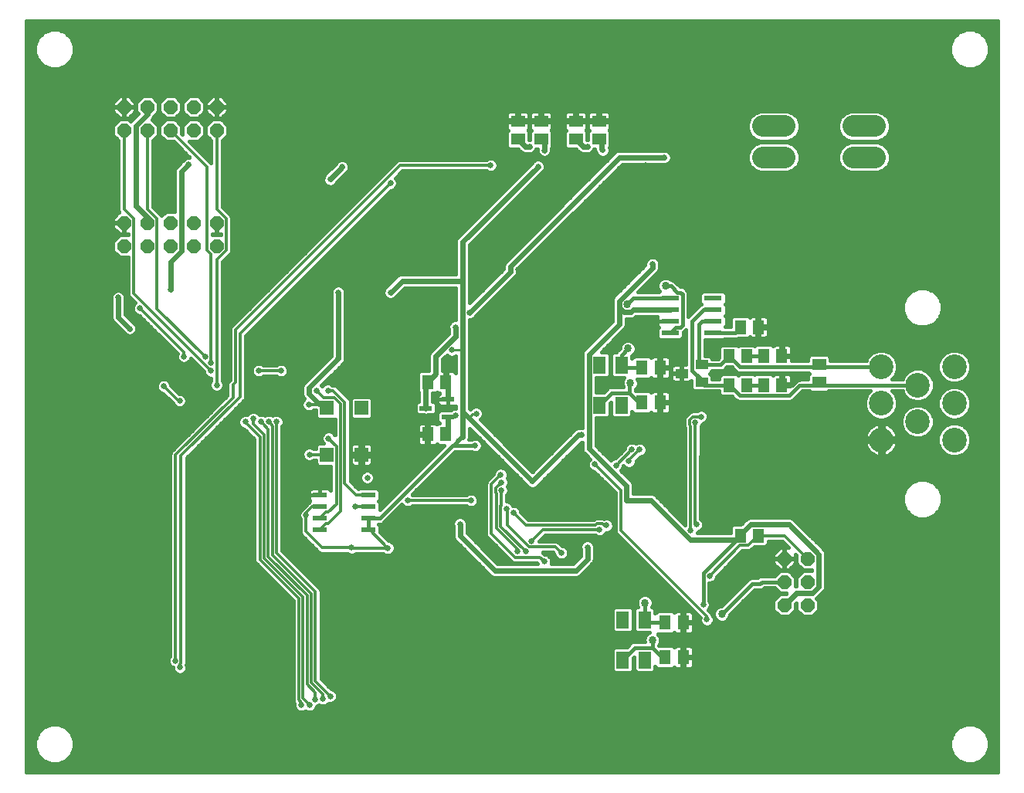
<source format=gbl>
G75*
%MOIN*%
%OFA0B0*%
%FSLAX25Y25*%
%IPPOS*%
%LPD*%
%AMOC8*
5,1,8,0,0,1.08239X$1,22.5*
%
%ADD10R,0.05118X0.06299*%
%ADD11R,0.05512X0.03937*%
%ADD12OC8,0.06000*%
%ADD13R,0.05512X0.07480*%
%ADD14R,0.05118X0.05906*%
%ADD15R,0.07800X0.02200*%
%ADD16C,0.10630*%
%ADD17R,0.05906X0.06299*%
%ADD18R,0.06300X0.02200*%
%ADD19C,0.09449*%
%ADD20R,0.05906X0.05118*%
%ADD21R,0.05200X0.02200*%
%ADD22R,0.06299X0.05118*%
%ADD23C,0.02578*%
%ADD24C,0.01600*%
%ADD25C,0.02400*%
%ADD26C,0.01200*%
%ADD27C,0.02000*%
%ADD28C,0.01000*%
%ADD29C,0.03365*%
%ADD30C,0.00600*%
D10*
X0201825Y0150500D03*
X0209699Y0150500D03*
X0209699Y0173100D03*
X0201825Y0173100D03*
X0294325Y0179300D03*
X0302199Y0179300D03*
X0302199Y0164300D03*
X0294325Y0164300D03*
X0346825Y0171800D03*
X0354699Y0171800D03*
X0354699Y0184300D03*
X0346825Y0184300D03*
X0312199Y0069300D03*
X0304325Y0069300D03*
X0304325Y0054300D03*
X0312199Y0054300D03*
D11*
X0320093Y0173060D03*
X0320093Y0180540D03*
X0311431Y0176800D03*
D12*
X0355762Y0096800D03*
X0365762Y0096800D03*
X0365762Y0086800D03*
X0365762Y0076800D03*
X0355762Y0076800D03*
X0355762Y0086800D03*
X0110762Y0231800D03*
X0100762Y0231800D03*
X0090762Y0231800D03*
X0080762Y0231800D03*
X0080762Y0241800D03*
X0090762Y0241800D03*
X0100762Y0241800D03*
X0110762Y0241800D03*
X0070762Y0241800D03*
X0070762Y0231800D03*
X0070762Y0281800D03*
X0080762Y0281800D03*
X0090762Y0281800D03*
X0100762Y0281800D03*
X0110762Y0281800D03*
X0110762Y0291800D03*
X0100762Y0291800D03*
X0090762Y0291800D03*
X0080762Y0291800D03*
X0070762Y0291800D03*
D13*
X0276037Y0180461D03*
X0285486Y0180461D03*
X0285486Y0163139D03*
X0276037Y0163139D03*
X0286037Y0070461D03*
X0295486Y0070461D03*
X0295486Y0053139D03*
X0286037Y0053139D03*
D14*
X0337022Y0106800D03*
X0344502Y0106800D03*
X0339502Y0171800D03*
X0332022Y0171800D03*
X0332022Y0184300D03*
X0339502Y0184300D03*
X0337022Y0196800D03*
X0344502Y0196800D03*
D15*
X0325062Y0194300D03*
X0325062Y0199300D03*
X0325062Y0204300D03*
X0325062Y0209300D03*
X0306462Y0209300D03*
X0306462Y0204300D03*
X0306462Y0199300D03*
X0306462Y0194300D03*
D16*
X0397612Y0179635D03*
X0413360Y0171761D03*
X0429108Y0179635D03*
X0429108Y0163887D03*
X0413360Y0156013D03*
X0429108Y0148139D03*
X0397612Y0148139D03*
X0397612Y0163887D03*
D17*
X0173242Y0161839D03*
X0158281Y0161839D03*
X0158281Y0141761D03*
X0173242Y0141761D03*
D18*
X0176162Y0124300D03*
X0176162Y0119300D03*
X0176162Y0114300D03*
X0176162Y0109300D03*
X0155362Y0109300D03*
X0155362Y0114300D03*
X0155362Y0119300D03*
X0155362Y0124300D03*
D19*
X0346510Y0270107D02*
X0355959Y0270107D01*
X0355959Y0283493D02*
X0346510Y0283493D01*
X0385565Y0283493D02*
X0395014Y0283493D01*
X0395014Y0270107D02*
X0385565Y0270107D01*
D20*
X0370762Y0180540D03*
X0370762Y0173060D03*
D21*
X0210462Y0165500D03*
X0210462Y0158100D03*
X0201062Y0161800D03*
D22*
X0240762Y0277863D03*
X0240762Y0285737D03*
X0250762Y0285737D03*
X0250762Y0277863D03*
X0265762Y0277863D03*
X0265762Y0285737D03*
X0275762Y0285737D03*
X0275762Y0277863D03*
D23*
X0277362Y0273199D03*
X0270762Y0274700D03*
X0252162Y0273100D03*
X0245762Y0274700D03*
X0249462Y0266100D03*
X0229062Y0266700D03*
X0210762Y0276800D03*
X0210762Y0281800D03*
X0185762Y0289200D03*
X0185762Y0294300D03*
X0164875Y0265914D03*
X0159762Y0260500D03*
X0185762Y0258900D03*
X0180762Y0221800D03*
X0185762Y0211800D03*
X0163262Y0211800D03*
X0176662Y0192700D03*
X0163262Y0183168D03*
X0158762Y0169400D03*
X0153762Y0169300D03*
X0150462Y0163300D03*
X0136662Y0155853D03*
X0133284Y0155853D03*
X0129906Y0155853D03*
X0126528Y0157252D03*
X0123150Y0155853D03*
X0132062Y0163100D03*
X0128887Y0178025D03*
X0138480Y0178018D03*
X0110762Y0171800D03*
X0108273Y0177900D03*
X0108273Y0181420D03*
X0105784Y0183909D03*
X0096551Y0184100D03*
X0087973Y0171200D03*
X0094751Y0165000D03*
X0073251Y0196100D03*
X0077673Y0204891D03*
X0068273Y0209500D03*
X0090762Y0213060D03*
X0130762Y0251800D03*
X0098726Y0267047D03*
X0193862Y0184500D03*
X0209962Y0183600D03*
X0212362Y0186900D03*
X0213813Y0196800D03*
X0219991Y0203100D03*
X0240762Y0216800D03*
X0240762Y0221800D03*
X0298811Y0224000D03*
X0350762Y0211800D03*
X0362462Y0174450D03*
X0319851Y0158100D03*
X0317362Y0155600D03*
X0293362Y0143875D03*
X0289984Y0144017D03*
X0288662Y0138897D03*
X0283124Y0137097D03*
X0273963Y0137521D03*
X0268393Y0150200D03*
X0293262Y0132400D03*
X0279039Y0111189D03*
X0276062Y0109389D03*
X0270762Y0101800D03*
X0259462Y0099300D03*
X0252131Y0095573D03*
X0244202Y0099862D03*
X0240682Y0099862D03*
X0246693Y0104411D03*
X0238862Y0116651D03*
X0235885Y0118451D03*
X0233652Y0126310D03*
X0233722Y0129760D03*
X0233362Y0133138D03*
X0221562Y0126000D03*
X0220551Y0122000D03*
X0220551Y0115300D03*
X0215762Y0111800D03*
X0205762Y0111800D03*
X0193273Y0122000D03*
X0175762Y0131800D03*
X0170662Y0119200D03*
X0149362Y0115700D03*
X0169062Y0101500D03*
X0176383Y0090400D03*
X0184662Y0101400D03*
X0190762Y0098335D03*
X0212362Y0097900D03*
X0247062Y0130200D03*
X0222362Y0145600D03*
X0216902Y0149449D03*
X0213813Y0158650D03*
X0222762Y0159400D03*
X0235762Y0156800D03*
X0235762Y0176800D03*
X0180762Y0161800D03*
X0159062Y0148800D03*
X0150762Y0141800D03*
X0150162Y0135800D03*
X0128303Y0093857D03*
X0092887Y0052700D03*
X0094865Y0049901D03*
X0142271Y0037009D03*
X0147273Y0033747D03*
X0150901Y0033639D03*
X0153206Y0036111D03*
X0156584Y0036253D03*
X0159962Y0037450D03*
X0161893Y0048069D03*
X0294953Y0093291D03*
X0315354Y0109108D03*
X0317843Y0111525D03*
X0323451Y0089426D03*
X0320762Y0077000D03*
X0322362Y0070500D03*
X0352162Y0102800D03*
X0295762Y0266800D03*
X0304062Y0270000D03*
D24*
X0028562Y0329000D02*
X0028562Y0004600D01*
X0447962Y0004600D01*
X0447962Y0329000D01*
X0028562Y0329000D01*
X0028562Y0327896D02*
X0447962Y0327896D01*
X0447962Y0326298D02*
X0028562Y0326298D01*
X0028562Y0324699D02*
X0037882Y0324699D01*
X0039091Y0325200D02*
X0036004Y0323921D01*
X0033641Y0321558D01*
X0032362Y0318471D01*
X0032362Y0315129D01*
X0033641Y0312042D01*
X0036004Y0309679D01*
X0039091Y0308400D01*
X0042433Y0308400D01*
X0045520Y0309679D01*
X0047883Y0312042D01*
X0049162Y0315129D01*
X0049162Y0318471D01*
X0047883Y0321558D01*
X0045520Y0323921D01*
X0042433Y0325200D01*
X0039091Y0325200D01*
X0035183Y0323101D02*
X0028562Y0323101D01*
X0028562Y0321502D02*
X0033617Y0321502D01*
X0032955Y0319904D02*
X0028562Y0319904D01*
X0028562Y0318305D02*
X0032362Y0318305D01*
X0032362Y0316707D02*
X0028562Y0316707D01*
X0028562Y0315108D02*
X0032370Y0315108D01*
X0033033Y0313510D02*
X0028562Y0313510D01*
X0028562Y0311911D02*
X0033771Y0311911D01*
X0035370Y0310313D02*
X0028562Y0310313D01*
X0028562Y0308714D02*
X0038332Y0308714D01*
X0043191Y0308714D02*
X0433332Y0308714D01*
X0434091Y0308400D02*
X0437433Y0308400D01*
X0440520Y0309679D01*
X0442883Y0312042D01*
X0444162Y0315129D01*
X0444162Y0318471D01*
X0442883Y0321558D01*
X0440520Y0323921D01*
X0437433Y0325200D01*
X0434091Y0325200D01*
X0431004Y0323921D01*
X0428641Y0321558D01*
X0427362Y0318471D01*
X0427362Y0315129D01*
X0428641Y0312042D01*
X0431004Y0309679D01*
X0434091Y0308400D01*
X0438191Y0308714D02*
X0447962Y0308714D01*
X0447962Y0307116D02*
X0028562Y0307116D01*
X0028562Y0305517D02*
X0447962Y0305517D01*
X0447962Y0303919D02*
X0028562Y0303919D01*
X0028562Y0302320D02*
X0447962Y0302320D01*
X0447962Y0300722D02*
X0028562Y0300722D01*
X0028562Y0299123D02*
X0447962Y0299123D01*
X0447962Y0297525D02*
X0028562Y0297525D01*
X0028562Y0295926D02*
X0068100Y0295926D01*
X0068774Y0296600D02*
X0065962Y0293788D01*
X0065962Y0292000D01*
X0070562Y0292000D01*
X0070562Y0296600D01*
X0068774Y0296600D01*
X0070562Y0295926D02*
X0070962Y0295926D01*
X0070962Y0296600D02*
X0072750Y0296600D01*
X0075562Y0293788D01*
X0075562Y0292000D01*
X0070962Y0292000D01*
X0070962Y0291600D01*
X0075562Y0291600D01*
X0075562Y0289812D01*
X0072750Y0287000D01*
X0070962Y0287000D01*
X0070962Y0291600D01*
X0070562Y0291600D01*
X0070562Y0287000D01*
X0068774Y0287000D01*
X0065962Y0289812D01*
X0065962Y0291600D01*
X0070562Y0291600D01*
X0070562Y0292000D01*
X0070962Y0292000D01*
X0070962Y0296600D01*
X0070962Y0294328D02*
X0070562Y0294328D01*
X0070562Y0292729D02*
X0070962Y0292729D01*
X0070962Y0291131D02*
X0070562Y0291131D01*
X0070562Y0289532D02*
X0070962Y0289532D01*
X0070962Y0287934D02*
X0070562Y0287934D01*
X0068774Y0286600D02*
X0065962Y0283788D01*
X0065962Y0279812D01*
X0068362Y0277412D01*
X0068362Y0247262D01*
X0068676Y0246503D01*
X0065962Y0243788D01*
X0065962Y0242000D01*
X0070562Y0242000D01*
X0070562Y0241600D01*
X0070962Y0241600D01*
X0070962Y0237000D01*
X0072562Y0237000D01*
X0072562Y0236600D01*
X0068774Y0236600D01*
X0065962Y0233788D01*
X0065962Y0229812D01*
X0068774Y0227000D01*
X0072562Y0227000D01*
X0072562Y0210734D01*
X0072927Y0209852D01*
X0073602Y0209176D01*
X0075596Y0207182D01*
X0075054Y0206640D01*
X0074584Y0205505D01*
X0074584Y0204276D01*
X0075054Y0203141D01*
X0075923Y0202272D01*
X0077058Y0201802D01*
X0077368Y0201802D01*
X0093753Y0185417D01*
X0093462Y0184714D01*
X0093462Y0183486D01*
X0093932Y0182350D01*
X0094801Y0181481D01*
X0095936Y0181011D01*
X0097165Y0181011D01*
X0098301Y0181481D01*
X0099169Y0182350D01*
X0099538Y0183240D01*
X0105184Y0177595D01*
X0105184Y0177286D01*
X0105654Y0176150D01*
X0106523Y0175281D01*
X0107658Y0174811D01*
X0108362Y0174811D01*
X0108362Y0173768D01*
X0108143Y0173550D01*
X0107673Y0172414D01*
X0107673Y0171186D01*
X0108143Y0170050D01*
X0109012Y0169181D01*
X0110147Y0168711D01*
X0111376Y0168711D01*
X0112512Y0169181D01*
X0113381Y0170050D01*
X0113851Y0171186D01*
X0113851Y0172414D01*
X0113381Y0173550D01*
X0113162Y0173768D01*
X0113162Y0224866D01*
X0116321Y0228026D01*
X0116321Y0228026D01*
X0116996Y0228701D01*
X0117362Y0229583D01*
X0117362Y0244017D01*
X0116996Y0244899D01*
X0116321Y0245574D01*
X0113162Y0248734D01*
X0113162Y0277412D01*
X0115562Y0279812D01*
X0115562Y0283788D01*
X0112750Y0286600D01*
X0108774Y0286600D01*
X0105962Y0283788D01*
X0105962Y0279812D01*
X0108362Y0277412D01*
X0108362Y0267594D01*
X0107921Y0268035D01*
X0098956Y0277000D01*
X0102750Y0277000D01*
X0105562Y0279812D01*
X0105562Y0283788D01*
X0102750Y0286600D01*
X0098774Y0286600D01*
X0095962Y0283788D01*
X0095962Y0279994D01*
X0095562Y0280394D01*
X0095562Y0283788D01*
X0092750Y0286600D01*
X0088774Y0286600D01*
X0085962Y0283788D01*
X0085962Y0279812D01*
X0088774Y0277000D01*
X0092168Y0277000D01*
X0099031Y0270136D01*
X0098112Y0270136D01*
X0096977Y0269666D01*
X0096108Y0268797D01*
X0096019Y0268582D01*
X0093862Y0266426D01*
X0093019Y0265582D01*
X0092562Y0264479D01*
X0092562Y0246600D01*
X0088774Y0246600D01*
X0087019Y0244845D01*
X0086996Y0244899D01*
X0086321Y0245574D01*
X0083162Y0248734D01*
X0083162Y0277412D01*
X0085562Y0279812D01*
X0085562Y0283788D01*
X0082883Y0286467D01*
X0083305Y0286889D01*
X0083762Y0287991D01*
X0083762Y0288012D01*
X0085562Y0289812D01*
X0085562Y0293788D01*
X0082750Y0296600D01*
X0078774Y0296600D01*
X0075962Y0293788D01*
X0075962Y0289812D01*
X0076852Y0288921D01*
X0074262Y0286332D01*
X0073640Y0285710D01*
X0072750Y0286600D01*
X0068774Y0286600D01*
X0068509Y0286335D02*
X0028562Y0286335D01*
X0028562Y0284737D02*
X0066910Y0284737D01*
X0065962Y0283138D02*
X0028562Y0283138D01*
X0028562Y0281539D02*
X0065962Y0281539D01*
X0065962Y0279941D02*
X0028562Y0279941D01*
X0028562Y0278342D02*
X0067431Y0278342D01*
X0068362Y0276744D02*
X0028562Y0276744D01*
X0028562Y0275145D02*
X0068362Y0275145D01*
X0068362Y0273547D02*
X0028562Y0273547D01*
X0028562Y0271948D02*
X0068362Y0271948D01*
X0068362Y0270350D02*
X0028562Y0270350D01*
X0028562Y0268751D02*
X0068362Y0268751D01*
X0068362Y0267153D02*
X0028562Y0267153D01*
X0028562Y0265554D02*
X0068362Y0265554D01*
X0068362Y0263956D02*
X0028562Y0263956D01*
X0028562Y0262357D02*
X0068362Y0262357D01*
X0068362Y0260759D02*
X0028562Y0260759D01*
X0028562Y0259160D02*
X0068362Y0259160D01*
X0068362Y0257562D02*
X0028562Y0257562D01*
X0028562Y0255963D02*
X0068362Y0255963D01*
X0068362Y0254365D02*
X0028562Y0254365D01*
X0028562Y0252766D02*
X0068362Y0252766D01*
X0068362Y0251168D02*
X0028562Y0251168D01*
X0028562Y0249569D02*
X0068362Y0249569D01*
X0068362Y0247971D02*
X0028562Y0247971D01*
X0028562Y0246372D02*
X0068546Y0246372D01*
X0066947Y0244774D02*
X0028562Y0244774D01*
X0028562Y0243175D02*
X0065962Y0243175D01*
X0065962Y0241600D02*
X0065962Y0239812D01*
X0068774Y0237000D01*
X0070562Y0237000D01*
X0070562Y0241600D01*
X0065962Y0241600D01*
X0065962Y0241577D02*
X0028562Y0241577D01*
X0028562Y0239978D02*
X0065962Y0239978D01*
X0067394Y0238380D02*
X0028562Y0238380D01*
X0028562Y0236781D02*
X0072562Y0236781D01*
X0070962Y0238380D02*
X0070562Y0238380D01*
X0070562Y0239978D02*
X0070962Y0239978D01*
X0070962Y0241577D02*
X0070562Y0241577D01*
X0067356Y0235183D02*
X0028562Y0235183D01*
X0028562Y0233584D02*
X0065962Y0233584D01*
X0065962Y0231986D02*
X0028562Y0231986D01*
X0028562Y0230387D02*
X0065962Y0230387D01*
X0066985Y0228789D02*
X0028562Y0228789D01*
X0028562Y0227190D02*
X0068583Y0227190D01*
X0072562Y0225592D02*
X0028562Y0225592D01*
X0028562Y0223993D02*
X0072562Y0223993D01*
X0072562Y0222395D02*
X0028562Y0222395D01*
X0028562Y0220796D02*
X0072562Y0220796D01*
X0072562Y0219198D02*
X0028562Y0219198D01*
X0028562Y0217599D02*
X0072562Y0217599D01*
X0072562Y0216001D02*
X0028562Y0216001D01*
X0028562Y0214402D02*
X0072562Y0214402D01*
X0072562Y0212803D02*
X0028562Y0212803D01*
X0028562Y0211205D02*
X0065636Y0211205D01*
X0065654Y0211250D02*
X0065184Y0210114D01*
X0065184Y0208886D01*
X0065273Y0208671D01*
X0065273Y0200481D01*
X0065730Y0199379D01*
X0066573Y0198535D01*
X0070543Y0194565D01*
X0070632Y0194350D01*
X0071501Y0193481D01*
X0072636Y0193011D01*
X0073865Y0193011D01*
X0075001Y0193481D01*
X0075869Y0194350D01*
X0076340Y0195486D01*
X0076340Y0196714D01*
X0075869Y0197850D01*
X0075001Y0198719D01*
X0074786Y0198808D01*
X0071273Y0202321D01*
X0071273Y0208671D01*
X0071362Y0208886D01*
X0071362Y0210114D01*
X0070892Y0211250D01*
X0070023Y0212119D01*
X0068887Y0212589D01*
X0067658Y0212589D01*
X0066523Y0212119D01*
X0065654Y0211250D01*
X0065184Y0209606D02*
X0028562Y0209606D01*
X0028562Y0208008D02*
X0065273Y0208008D01*
X0065273Y0206409D02*
X0028562Y0206409D01*
X0028562Y0204811D02*
X0065273Y0204811D01*
X0065273Y0203212D02*
X0028562Y0203212D01*
X0028562Y0201614D02*
X0065273Y0201614D01*
X0065466Y0200015D02*
X0028562Y0200015D01*
X0028562Y0198417D02*
X0066691Y0198417D01*
X0068290Y0196818D02*
X0028562Y0196818D01*
X0028562Y0195220D02*
X0069888Y0195220D01*
X0071361Y0193621D02*
X0028562Y0193621D01*
X0028562Y0192023D02*
X0087146Y0192023D01*
X0085548Y0193621D02*
X0075141Y0193621D01*
X0076230Y0195220D02*
X0083949Y0195220D01*
X0082351Y0196818D02*
X0076297Y0196818D01*
X0075302Y0198417D02*
X0080752Y0198417D01*
X0079154Y0200015D02*
X0073578Y0200015D01*
X0071980Y0201614D02*
X0077555Y0201614D01*
X0075024Y0203212D02*
X0071273Y0203212D01*
X0071273Y0204811D02*
X0074584Y0204811D01*
X0074959Y0206409D02*
X0071273Y0206409D01*
X0071273Y0208008D02*
X0074771Y0208008D01*
X0073172Y0209606D02*
X0071362Y0209606D01*
X0070910Y0211205D02*
X0072562Y0211205D01*
X0088745Y0190424D02*
X0028562Y0190424D01*
X0028562Y0188826D02*
X0090343Y0188826D01*
X0091942Y0187227D02*
X0028562Y0187227D01*
X0028562Y0185629D02*
X0093540Y0185629D01*
X0093462Y0184030D02*
X0028562Y0184030D01*
X0028562Y0182432D02*
X0093898Y0182432D01*
X0099203Y0182432D02*
X0100347Y0182432D01*
X0101945Y0180833D02*
X0028562Y0180833D01*
X0028562Y0179235D02*
X0103544Y0179235D01*
X0105142Y0177636D02*
X0028562Y0177636D01*
X0028562Y0176038D02*
X0105767Y0176038D01*
X0108362Y0174439D02*
X0028562Y0174439D01*
X0028562Y0172841D02*
X0085309Y0172841D01*
X0085354Y0172950D02*
X0084884Y0171814D01*
X0084884Y0170586D01*
X0085354Y0169450D01*
X0086223Y0168581D01*
X0087358Y0168111D01*
X0087668Y0168111D01*
X0091852Y0163927D01*
X0092132Y0163250D01*
X0093001Y0162381D01*
X0094136Y0161911D01*
X0095365Y0161911D01*
X0096501Y0162381D01*
X0097369Y0163250D01*
X0111272Y0163250D01*
X0112870Y0164848D02*
X0097840Y0164848D01*
X0097840Y0164386D02*
X0097840Y0165614D01*
X0097369Y0166750D01*
X0096501Y0167619D01*
X0095365Y0168089D01*
X0094478Y0168089D01*
X0091062Y0171505D01*
X0091062Y0171814D01*
X0090592Y0172950D01*
X0089723Y0173819D01*
X0088587Y0174289D01*
X0087358Y0174289D01*
X0086223Y0173819D01*
X0085354Y0172950D01*
X0084884Y0171242D02*
X0028562Y0171242D01*
X0028562Y0169644D02*
X0085274Y0169644D01*
X0087734Y0168045D02*
X0028562Y0168045D01*
X0028562Y0166447D02*
X0089332Y0166447D01*
X0090931Y0164848D02*
X0028562Y0164848D01*
X0028562Y0163250D02*
X0092133Y0163250D01*
X0097369Y0163250D02*
X0097840Y0164386D01*
X0097495Y0166447D02*
X0114469Y0166447D01*
X0115362Y0167340D02*
X0115362Y0171423D01*
X0115362Y0172377D01*
X0115727Y0173259D01*
X0116562Y0174094D01*
X0116562Y0196097D01*
X0116927Y0196979D01*
X0117602Y0197655D01*
X0117602Y0197655D01*
X0188007Y0268059D01*
X0188007Y0268059D01*
X0188682Y0268735D01*
X0189564Y0269100D01*
X0227093Y0269100D01*
X0227312Y0269319D01*
X0228447Y0269789D01*
X0229676Y0269789D01*
X0230812Y0269319D01*
X0231681Y0268450D01*
X0232151Y0267314D01*
X0232151Y0266086D01*
X0231681Y0264950D01*
X0230812Y0264081D01*
X0229676Y0263611D01*
X0228447Y0263611D01*
X0227312Y0264081D01*
X0227093Y0264300D01*
X0191036Y0264300D01*
X0187883Y0261147D01*
X0188381Y0260650D01*
X0188851Y0259514D01*
X0188851Y0258286D01*
X0188381Y0257150D01*
X0187512Y0256281D01*
X0186376Y0255811D01*
X0186067Y0255811D01*
X0123162Y0192906D01*
X0123162Y0166323D01*
X0122796Y0165441D01*
X0122121Y0164765D01*
X0097776Y0140420D01*
X0097776Y0051192D01*
X0097725Y0051068D01*
X0097954Y0050515D01*
X0097954Y0049286D01*
X0097484Y0048151D01*
X0096615Y0047282D01*
X0095479Y0046812D01*
X0094251Y0046812D01*
X0093115Y0047282D01*
X0092246Y0048151D01*
X0091776Y0049286D01*
X0091776Y0049817D01*
X0091137Y0050081D01*
X0090268Y0050950D01*
X0089798Y0052086D01*
X0089798Y0053314D01*
X0090268Y0054450D01*
X0090487Y0054668D01*
X0090487Y0060652D01*
X0090665Y0061082D01*
X0090665Y0142126D01*
X0091030Y0143008D01*
X0091705Y0143683D01*
X0115362Y0167340D01*
X0115362Y0168045D02*
X0095471Y0168045D01*
X0092923Y0169644D02*
X0108550Y0169644D01*
X0107673Y0171242D02*
X0091325Y0171242D01*
X0090637Y0172841D02*
X0107849Y0172841D01*
X0113162Y0174439D02*
X0116562Y0174439D01*
X0116562Y0176038D02*
X0113162Y0176038D01*
X0113162Y0177636D02*
X0116562Y0177636D01*
X0116562Y0179235D02*
X0113162Y0179235D01*
X0113162Y0180833D02*
X0116562Y0180833D01*
X0116562Y0182432D02*
X0113162Y0182432D01*
X0113162Y0184030D02*
X0116562Y0184030D01*
X0116562Y0185629D02*
X0113162Y0185629D01*
X0113162Y0187227D02*
X0116562Y0187227D01*
X0116562Y0188826D02*
X0113162Y0188826D01*
X0113162Y0190424D02*
X0116562Y0190424D01*
X0116562Y0192023D02*
X0113162Y0192023D01*
X0113162Y0193621D02*
X0116562Y0193621D01*
X0116562Y0195220D02*
X0113162Y0195220D01*
X0113162Y0196818D02*
X0116860Y0196818D01*
X0118365Y0198417D02*
X0113162Y0198417D01*
X0113162Y0200015D02*
X0119963Y0200015D01*
X0121562Y0201614D02*
X0113162Y0201614D01*
X0113162Y0203212D02*
X0123160Y0203212D01*
X0124759Y0204811D02*
X0113162Y0204811D01*
X0113162Y0206409D02*
X0126357Y0206409D01*
X0127956Y0208008D02*
X0113162Y0208008D01*
X0113162Y0209606D02*
X0129554Y0209606D01*
X0131153Y0211205D02*
X0113162Y0211205D01*
X0113162Y0212803D02*
X0132751Y0212803D01*
X0134350Y0214402D02*
X0113162Y0214402D01*
X0113162Y0216001D02*
X0135948Y0216001D01*
X0137547Y0217599D02*
X0113162Y0217599D01*
X0113162Y0219198D02*
X0139145Y0219198D01*
X0140744Y0220796D02*
X0113162Y0220796D01*
X0113162Y0222395D02*
X0142342Y0222395D01*
X0143941Y0223993D02*
X0113162Y0223993D01*
X0113887Y0225592D02*
X0145539Y0225592D01*
X0147138Y0227190D02*
X0115486Y0227190D01*
X0117033Y0228789D02*
X0148736Y0228789D01*
X0150335Y0230387D02*
X0117362Y0230387D01*
X0117362Y0231986D02*
X0151933Y0231986D01*
X0153532Y0233584D02*
X0117362Y0233584D01*
X0117362Y0235183D02*
X0155130Y0235183D01*
X0156729Y0236781D02*
X0117362Y0236781D01*
X0117362Y0238380D02*
X0158327Y0238380D01*
X0159926Y0239978D02*
X0117362Y0239978D01*
X0117362Y0241577D02*
X0161524Y0241577D01*
X0163123Y0243175D02*
X0117362Y0243175D01*
X0117048Y0244774D02*
X0164721Y0244774D01*
X0166320Y0246372D02*
X0115523Y0246372D01*
X0113925Y0247971D02*
X0167919Y0247971D01*
X0169517Y0249569D02*
X0113162Y0249569D01*
X0113162Y0251168D02*
X0171116Y0251168D01*
X0172714Y0252766D02*
X0113162Y0252766D01*
X0113162Y0254365D02*
X0174313Y0254365D01*
X0175911Y0255963D02*
X0113162Y0255963D01*
X0113162Y0257562D02*
X0158783Y0257562D01*
X0159147Y0257411D02*
X0158012Y0257881D01*
X0157143Y0258750D01*
X0156673Y0259886D01*
X0156673Y0261114D01*
X0156762Y0261329D01*
X0156762Y0261397D01*
X0157219Y0262499D01*
X0158062Y0263343D01*
X0162168Y0267449D01*
X0162257Y0267663D01*
X0163126Y0268532D01*
X0164261Y0269003D01*
X0165490Y0269003D01*
X0166625Y0268532D01*
X0167494Y0267663D01*
X0167964Y0266528D01*
X0167964Y0265299D01*
X0167494Y0264164D01*
X0166625Y0263295D01*
X0166410Y0263206D01*
X0162682Y0259477D01*
X0162381Y0258750D01*
X0161512Y0257881D01*
X0160376Y0257411D01*
X0159147Y0257411D01*
X0160740Y0257562D02*
X0177510Y0257562D01*
X0179108Y0259160D02*
X0162550Y0259160D01*
X0163963Y0260759D02*
X0180707Y0260759D01*
X0182305Y0262357D02*
X0165562Y0262357D01*
X0167286Y0263956D02*
X0183904Y0263956D01*
X0185502Y0265554D02*
X0167964Y0265554D01*
X0167706Y0267153D02*
X0187101Y0267153D01*
X0188723Y0268751D02*
X0166096Y0268751D01*
X0163655Y0268751D02*
X0113162Y0268751D01*
X0113162Y0267153D02*
X0161872Y0267153D01*
X0160274Y0265554D02*
X0113162Y0265554D01*
X0113162Y0263956D02*
X0158675Y0263956D01*
X0157160Y0262357D02*
X0113162Y0262357D01*
X0113162Y0260759D02*
X0156673Y0260759D01*
X0156973Y0259160D02*
X0113162Y0259160D01*
X0108362Y0268751D02*
X0107205Y0268751D01*
X0108362Y0270350D02*
X0105606Y0270350D01*
X0104007Y0271948D02*
X0108362Y0271948D01*
X0108362Y0273547D02*
X0102409Y0273547D01*
X0100810Y0275145D02*
X0108362Y0275145D01*
X0108362Y0276744D02*
X0099212Y0276744D01*
X0095621Y0273547D02*
X0083162Y0273547D01*
X0083162Y0275145D02*
X0094022Y0275145D01*
X0092424Y0276744D02*
X0083162Y0276744D01*
X0084092Y0278342D02*
X0087431Y0278342D01*
X0085962Y0279941D02*
X0085562Y0279941D01*
X0085562Y0281539D02*
X0085962Y0281539D01*
X0085962Y0283138D02*
X0085562Y0283138D01*
X0084614Y0284737D02*
X0086910Y0284737D01*
X0088509Y0286335D02*
X0083015Y0286335D01*
X0083738Y0287934D02*
X0087840Y0287934D01*
X0088774Y0287000D02*
X0092750Y0287000D01*
X0095562Y0289812D01*
X0095562Y0293788D01*
X0092750Y0296600D01*
X0088774Y0296600D01*
X0085962Y0293788D01*
X0085962Y0289812D01*
X0088774Y0287000D01*
X0086242Y0289532D02*
X0085282Y0289532D01*
X0085562Y0291131D02*
X0085962Y0291131D01*
X0085962Y0292729D02*
X0085562Y0292729D01*
X0085022Y0294328D02*
X0086501Y0294328D01*
X0088100Y0295926D02*
X0083424Y0295926D01*
X0078100Y0295926D02*
X0073424Y0295926D01*
X0075022Y0294328D02*
X0076501Y0294328D01*
X0075962Y0292729D02*
X0075562Y0292729D01*
X0075562Y0291131D02*
X0075962Y0291131D01*
X0076242Y0289532D02*
X0075282Y0289532D01*
X0075864Y0287934D02*
X0073684Y0287934D01*
X0074266Y0286335D02*
X0073015Y0286335D01*
X0067840Y0287934D02*
X0028562Y0287934D01*
X0028562Y0289532D02*
X0066242Y0289532D01*
X0065962Y0291131D02*
X0028562Y0291131D01*
X0028562Y0292729D02*
X0065962Y0292729D01*
X0066501Y0294328D02*
X0028562Y0294328D01*
X0046154Y0310313D02*
X0430370Y0310313D01*
X0428771Y0311911D02*
X0047752Y0311911D01*
X0048491Y0313510D02*
X0428033Y0313510D01*
X0427370Y0315108D02*
X0049153Y0315108D01*
X0049162Y0316707D02*
X0427362Y0316707D01*
X0427362Y0318305D02*
X0049162Y0318305D01*
X0048568Y0319904D02*
X0427955Y0319904D01*
X0428617Y0321502D02*
X0047906Y0321502D01*
X0046340Y0323101D02*
X0430183Y0323101D01*
X0432882Y0324699D02*
X0043641Y0324699D01*
X0093424Y0295926D02*
X0098100Y0295926D01*
X0098774Y0296600D02*
X0095962Y0293788D01*
X0095962Y0289812D01*
X0098774Y0287000D01*
X0102750Y0287000D01*
X0105562Y0289812D01*
X0105562Y0293788D01*
X0102750Y0296600D01*
X0098774Y0296600D01*
X0096501Y0294328D02*
X0095022Y0294328D01*
X0095562Y0292729D02*
X0095962Y0292729D01*
X0095962Y0291131D02*
X0095562Y0291131D01*
X0095282Y0289532D02*
X0096242Y0289532D01*
X0097840Y0287934D02*
X0093684Y0287934D01*
X0093015Y0286335D02*
X0098509Y0286335D01*
X0096910Y0284737D02*
X0094614Y0284737D01*
X0095562Y0283138D02*
X0095962Y0283138D01*
X0095962Y0281539D02*
X0095562Y0281539D01*
X0104092Y0278342D02*
X0107431Y0278342D01*
X0105962Y0279941D02*
X0105562Y0279941D01*
X0105562Y0281539D02*
X0105962Y0281539D01*
X0105962Y0283138D02*
X0105562Y0283138D01*
X0104614Y0284737D02*
X0106910Y0284737D01*
X0108509Y0286335D02*
X0103015Y0286335D01*
X0103684Y0287934D02*
X0107840Y0287934D01*
X0108774Y0287000D02*
X0110562Y0287000D01*
X0110562Y0291600D01*
X0110962Y0291600D01*
X0110962Y0292000D01*
X0115562Y0292000D01*
X0115562Y0293788D01*
X0112750Y0296600D01*
X0110962Y0296600D01*
X0110962Y0292000D01*
X0110562Y0292000D01*
X0110562Y0296600D01*
X0108774Y0296600D01*
X0105962Y0293788D01*
X0105962Y0292000D01*
X0110562Y0292000D01*
X0110562Y0291600D01*
X0105962Y0291600D01*
X0105962Y0289812D01*
X0108774Y0287000D01*
X0110562Y0287934D02*
X0110962Y0287934D01*
X0110962Y0287000D02*
X0112750Y0287000D01*
X0115562Y0289812D01*
X0115562Y0291600D01*
X0110962Y0291600D01*
X0110962Y0287000D01*
X0113015Y0286335D02*
X0235812Y0286335D01*
X0235812Y0286217D02*
X0240282Y0286217D01*
X0240282Y0290096D01*
X0237375Y0290096D01*
X0236917Y0289973D01*
X0236507Y0289736D01*
X0236172Y0289401D01*
X0235935Y0288991D01*
X0235812Y0288533D01*
X0235812Y0286217D01*
X0235812Y0285257D02*
X0235812Y0282941D01*
X0235935Y0282483D01*
X0236172Y0282073D01*
X0236445Y0281800D01*
X0235812Y0281168D01*
X0235812Y0274558D01*
X0236867Y0273504D01*
X0240878Y0273504D01*
X0241382Y0273001D01*
X0242225Y0272157D01*
X0243328Y0271700D01*
X0244933Y0271700D01*
X0245147Y0271611D01*
X0246376Y0271611D01*
X0247512Y0272081D01*
X0248381Y0272950D01*
X0248610Y0273504D01*
X0249073Y0273504D01*
X0249073Y0272486D01*
X0249543Y0271350D01*
X0250412Y0270481D01*
X0251547Y0270011D01*
X0252776Y0270011D01*
X0253912Y0270481D01*
X0254781Y0271350D01*
X0255251Y0272486D01*
X0255251Y0273714D01*
X0255162Y0273929D01*
X0255162Y0274009D01*
X0255711Y0274558D01*
X0255711Y0281168D01*
X0255079Y0281800D01*
X0255352Y0282073D01*
X0255589Y0282483D01*
X0255711Y0282941D01*
X0255711Y0285257D01*
X0251241Y0285257D01*
X0251241Y0286217D01*
X0250282Y0286217D01*
X0250282Y0290096D01*
X0247375Y0290096D01*
X0246917Y0289973D01*
X0246507Y0289736D01*
X0246172Y0289401D01*
X0245935Y0288991D01*
X0245812Y0288533D01*
X0245812Y0286217D01*
X0250282Y0286217D01*
X0250282Y0285257D01*
X0245812Y0285257D01*
X0245812Y0282941D01*
X0245935Y0282483D01*
X0246172Y0282073D01*
X0246445Y0281800D01*
X0245812Y0281168D01*
X0245812Y0277789D01*
X0245711Y0277789D01*
X0245711Y0281168D01*
X0245079Y0281800D01*
X0245352Y0282073D01*
X0245589Y0282483D01*
X0245711Y0282941D01*
X0245711Y0285257D01*
X0241241Y0285257D01*
X0241241Y0286217D01*
X0240282Y0286217D01*
X0240282Y0285257D01*
X0235812Y0285257D01*
X0235812Y0284737D02*
X0114614Y0284737D01*
X0115562Y0283138D02*
X0235812Y0283138D01*
X0236184Y0281539D02*
X0115562Y0281539D01*
X0115562Y0279941D02*
X0235812Y0279941D01*
X0235812Y0278342D02*
X0114092Y0278342D01*
X0113162Y0276744D02*
X0235812Y0276744D01*
X0235812Y0275145D02*
X0113162Y0275145D01*
X0113162Y0273547D02*
X0236824Y0273547D01*
X0231379Y0268751D02*
X0247791Y0268751D01*
X0247712Y0268719D02*
X0246843Y0267850D01*
X0246754Y0267635D01*
X0215203Y0236084D01*
X0214359Y0235240D01*
X0213902Y0234137D01*
X0213902Y0219800D01*
X0190165Y0219800D01*
X0189062Y0219343D01*
X0184227Y0214508D01*
X0184012Y0214419D01*
X0183143Y0213550D01*
X0182673Y0212414D01*
X0182673Y0211186D01*
X0183143Y0210050D01*
X0184012Y0209181D01*
X0185147Y0208711D01*
X0186376Y0208711D01*
X0187512Y0209181D01*
X0188381Y0210050D01*
X0188469Y0210265D01*
X0192004Y0213800D01*
X0213902Y0213800D01*
X0213902Y0199889D01*
X0213199Y0199889D01*
X0212064Y0199419D01*
X0211195Y0198550D01*
X0210724Y0197414D01*
X0210724Y0196186D01*
X0210813Y0195971D01*
X0210813Y0193963D01*
X0202796Y0185946D01*
X0202340Y0184843D01*
X0202340Y0178050D01*
X0198520Y0178050D01*
X0197466Y0176995D01*
X0197466Y0169205D01*
X0198062Y0168609D01*
X0198062Y0164700D01*
X0197716Y0164700D01*
X0196662Y0163646D01*
X0196662Y0159954D01*
X0197716Y0158900D01*
X0200224Y0158900D01*
X0200465Y0158800D01*
X0201659Y0158800D01*
X0201900Y0158900D01*
X0204407Y0158900D01*
X0205462Y0159954D01*
X0205462Y0163646D01*
X0204407Y0164700D01*
X0204062Y0164700D01*
X0204062Y0168150D01*
X0205129Y0168150D01*
X0205762Y0168783D01*
X0206035Y0168510D01*
X0206445Y0168273D01*
X0206903Y0168150D01*
X0206947Y0168150D01*
X0206757Y0168040D01*
X0206421Y0167705D01*
X0206184Y0167295D01*
X0206062Y0166837D01*
X0206062Y0165500D01*
X0210462Y0165500D01*
X0210462Y0162600D01*
X0213299Y0162600D01*
X0213757Y0162723D01*
X0213902Y0162807D01*
X0213902Y0161739D01*
X0213199Y0161739D01*
X0212064Y0161269D01*
X0211795Y0161000D01*
X0211300Y0161000D01*
X0211059Y0161100D01*
X0209865Y0161100D01*
X0209624Y0161000D01*
X0207116Y0161000D01*
X0206062Y0159946D01*
X0206062Y0156254D01*
X0206867Y0155450D01*
X0206394Y0155450D01*
X0205762Y0154817D01*
X0205489Y0155090D01*
X0205079Y0155327D01*
X0204621Y0155450D01*
X0202304Y0155450D01*
X0202304Y0150980D01*
X0201345Y0150980D01*
X0201345Y0155450D01*
X0199029Y0155450D01*
X0198571Y0155327D01*
X0198161Y0155090D01*
X0197825Y0154755D01*
X0197588Y0154344D01*
X0197466Y0153887D01*
X0197466Y0150980D01*
X0201345Y0150980D01*
X0201345Y0150020D01*
X0202304Y0150020D01*
X0202304Y0145550D01*
X0204621Y0145550D01*
X0205079Y0145673D01*
X0205489Y0145910D01*
X0205762Y0146183D01*
X0206394Y0145550D01*
X0208735Y0145550D01*
X0181112Y0117927D01*
X0181112Y0121146D01*
X0180457Y0121800D01*
X0181112Y0122454D01*
X0181112Y0126146D01*
X0180057Y0127200D01*
X0172266Y0127200D01*
X0171911Y0126845D01*
X0168462Y0130294D01*
X0168462Y0133977D01*
X0168434Y0134044D01*
X0168434Y0164909D01*
X0168069Y0165791D01*
X0162425Y0171435D01*
X0161543Y0171800D01*
X0160730Y0171800D01*
X0160512Y0172019D01*
X0159376Y0172489D01*
X0158147Y0172489D01*
X0157012Y0172019D01*
X0156212Y0171218D01*
X0155883Y0171547D01*
X0164797Y0180461D01*
X0165012Y0180550D01*
X0165881Y0181419D01*
X0166351Y0182554D01*
X0166351Y0183783D01*
X0166262Y0183998D01*
X0166262Y0210971D01*
X0166351Y0211186D01*
X0166351Y0212414D01*
X0165881Y0213550D01*
X0165012Y0214419D01*
X0163876Y0214889D01*
X0162647Y0214889D01*
X0161512Y0214419D01*
X0160643Y0213550D01*
X0160173Y0212414D01*
X0160173Y0211186D01*
X0160262Y0210971D01*
X0160262Y0184411D01*
X0148130Y0172279D01*
X0147673Y0171176D01*
X0147673Y0167424D01*
X0148130Y0166321D01*
X0148622Y0165829D01*
X0147843Y0165050D01*
X0147373Y0163914D01*
X0147373Y0162686D01*
X0147843Y0161550D01*
X0148712Y0160681D01*
X0149847Y0160211D01*
X0151076Y0160211D01*
X0152212Y0160681D01*
X0152430Y0160900D01*
X0153529Y0160900D01*
X0153529Y0157944D01*
X0154583Y0156890D01*
X0161834Y0156890D01*
X0161834Y0150179D01*
X0161681Y0150550D01*
X0160812Y0151419D01*
X0159676Y0151889D01*
X0158447Y0151889D01*
X0157312Y0151419D01*
X0156443Y0150550D01*
X0155973Y0149414D01*
X0155973Y0148186D01*
X0156443Y0147050D01*
X0156783Y0146710D01*
X0154583Y0146710D01*
X0153529Y0145656D01*
X0153529Y0144200D01*
X0152730Y0144200D01*
X0152512Y0144419D01*
X0151376Y0144889D01*
X0150147Y0144889D01*
X0149012Y0144419D01*
X0148143Y0143550D01*
X0147673Y0142414D01*
X0147673Y0141186D01*
X0148143Y0140050D01*
X0149012Y0139181D01*
X0150147Y0138711D01*
X0151376Y0138711D01*
X0152512Y0139181D01*
X0152730Y0139400D01*
X0153529Y0139400D01*
X0153529Y0137865D01*
X0154583Y0136811D01*
X0160034Y0136811D01*
X0160034Y0126363D01*
X0159952Y0126505D01*
X0159617Y0126840D01*
X0159207Y0127077D01*
X0158749Y0127200D01*
X0155362Y0127200D01*
X0155362Y0124300D01*
X0155362Y0124300D01*
X0155362Y0127200D01*
X0151975Y0127200D01*
X0151517Y0127077D01*
X0151107Y0126840D01*
X0150771Y0126505D01*
X0150534Y0126095D01*
X0150412Y0125637D01*
X0150412Y0124300D01*
X0155362Y0124300D01*
X0150412Y0124300D01*
X0150412Y0122963D01*
X0150534Y0122505D01*
X0150771Y0122095D01*
X0151066Y0121800D01*
X0150412Y0121146D01*
X0150412Y0121044D01*
X0150027Y0120659D01*
X0147739Y0118371D01*
X0147612Y0118319D01*
X0146743Y0117450D01*
X0146273Y0116314D01*
X0146273Y0115086D01*
X0146743Y0113950D01*
X0146962Y0113732D01*
X0146962Y0108023D01*
X0147327Y0107141D01*
X0148002Y0106465D01*
X0148002Y0106465D01*
X0155002Y0099465D01*
X0155884Y0099100D01*
X0167093Y0099100D01*
X0167312Y0098881D01*
X0168447Y0098411D01*
X0169676Y0098411D01*
X0170812Y0098881D01*
X0170930Y0099000D01*
X0182693Y0099000D01*
X0182912Y0098781D01*
X0184047Y0098311D01*
X0185276Y0098311D01*
X0186412Y0098781D01*
X0187281Y0099650D01*
X0187751Y0100786D01*
X0187751Y0102014D01*
X0187281Y0103150D01*
X0186412Y0104019D01*
X0185276Y0104489D01*
X0184967Y0104489D01*
X0181112Y0108344D01*
X0181112Y0111146D01*
X0180557Y0111700D01*
X0181679Y0111700D01*
X0182635Y0112096D01*
X0183366Y0112827D01*
X0190722Y0120183D01*
X0191523Y0119381D01*
X0192658Y0118911D01*
X0193887Y0118911D01*
X0195023Y0119381D01*
X0195241Y0119600D01*
X0218582Y0119600D01*
X0218801Y0119381D01*
X0219936Y0118911D01*
X0221165Y0118911D01*
X0222301Y0119381D01*
X0223169Y0120250D01*
X0223640Y0121386D01*
X0223640Y0122614D01*
X0223169Y0123750D01*
X0222301Y0124619D01*
X0221165Y0125089D01*
X0219936Y0125089D01*
X0218801Y0124619D01*
X0218582Y0124400D01*
X0195241Y0124400D01*
X0195090Y0124551D01*
X0213539Y0143000D01*
X0220593Y0143000D01*
X0220612Y0142981D01*
X0221747Y0142511D01*
X0222976Y0142511D01*
X0224112Y0142981D01*
X0224981Y0143850D01*
X0225451Y0144986D01*
X0225451Y0146214D01*
X0224981Y0147350D01*
X0224112Y0148219D01*
X0222976Y0148689D01*
X0221747Y0148689D01*
X0220612Y0148219D01*
X0220593Y0148200D01*
X0219728Y0148200D01*
X0219991Y0148835D01*
X0219991Y0150064D01*
X0219902Y0150279D01*
X0219902Y0153117D01*
X0244354Y0128665D01*
X0244443Y0128450D01*
X0245312Y0127581D01*
X0246447Y0127111D01*
X0247676Y0127111D01*
X0248812Y0127581D01*
X0249681Y0128450D01*
X0249769Y0128665D01*
X0268215Y0147111D01*
X0268481Y0147111D01*
X0268481Y0143774D01*
X0268938Y0142672D01*
X0269782Y0141828D01*
X0271842Y0139768D01*
X0271344Y0139271D01*
X0270874Y0138136D01*
X0270874Y0136907D01*
X0271344Y0135771D01*
X0272213Y0134902D01*
X0273349Y0134432D01*
X0273658Y0134432D01*
X0282862Y0125228D01*
X0282862Y0108503D01*
X0283227Y0107621D01*
X0319408Y0071440D01*
X0319273Y0071114D01*
X0319273Y0069886D01*
X0319743Y0068750D01*
X0320612Y0067881D01*
X0321747Y0067411D01*
X0322976Y0067411D01*
X0324112Y0067881D01*
X0324981Y0068750D01*
X0325451Y0069886D01*
X0325451Y0071114D01*
X0324981Y0072250D01*
X0324683Y0072547D01*
X0324396Y0073240D01*
X0322883Y0074753D01*
X0323381Y0075250D01*
X0323851Y0076386D01*
X0323851Y0077614D01*
X0323381Y0078750D01*
X0323362Y0078768D01*
X0323362Y0086337D01*
X0324065Y0086337D01*
X0325201Y0086808D01*
X0326069Y0087677D01*
X0326540Y0088812D01*
X0326540Y0089121D01*
X0337666Y0100247D01*
X0340555Y0100247D01*
X0341437Y0100613D01*
X0342872Y0102047D01*
X0347807Y0102047D01*
X0348861Y0103102D01*
X0348861Y0104400D01*
X0354768Y0104400D01*
X0357568Y0101600D01*
X0355962Y0101600D01*
X0355962Y0097000D01*
X0360562Y0097000D01*
X0360562Y0098606D01*
X0360962Y0098206D01*
X0360962Y0094812D01*
X0363774Y0092000D01*
X0367562Y0092000D01*
X0367562Y0091600D01*
X0363774Y0091600D01*
X0360962Y0088788D01*
X0360962Y0085000D01*
X0360562Y0085000D01*
X0360562Y0088788D01*
X0357750Y0091600D01*
X0353774Y0091600D01*
X0351574Y0089400D01*
X0345556Y0089400D01*
X0344600Y0089004D01*
X0344096Y0088500D01*
X0341245Y0088500D01*
X0340289Y0088104D01*
X0339558Y0087373D01*
X0328568Y0076383D01*
X0328069Y0076383D01*
X0326789Y0075852D01*
X0325809Y0074873D01*
X0325279Y0073593D01*
X0325279Y0072207D01*
X0325809Y0070927D01*
X0326789Y0069948D01*
X0328069Y0069417D01*
X0329455Y0069417D01*
X0330735Y0069948D01*
X0331714Y0070927D01*
X0332244Y0072207D01*
X0332244Y0072706D01*
X0342839Y0083300D01*
X0345690Y0083300D01*
X0346646Y0083696D01*
X0347150Y0084200D01*
X0351574Y0084200D01*
X0353774Y0082000D01*
X0356719Y0082000D01*
X0356319Y0081600D01*
X0353774Y0081600D01*
X0350962Y0078788D01*
X0350962Y0074812D01*
X0353774Y0072000D01*
X0357750Y0072000D01*
X0360562Y0074812D01*
X0360562Y0077357D01*
X0360962Y0077757D01*
X0360962Y0074812D01*
X0363774Y0072000D01*
X0367750Y0072000D01*
X0370562Y0074812D01*
X0370562Y0078788D01*
X0369671Y0079679D01*
X0370293Y0080301D01*
X0372261Y0082268D01*
X0373105Y0083112D01*
X0373562Y0084215D01*
X0373562Y0099385D01*
X0373105Y0100488D01*
X0360341Y0113252D01*
X0359497Y0114096D01*
X0358394Y0114553D01*
X0340601Y0114553D01*
X0339498Y0114096D01*
X0338654Y0113252D01*
X0336955Y0111553D01*
X0333717Y0111553D01*
X0332663Y0110498D01*
X0332663Y0107887D01*
X0318192Y0107887D01*
X0318419Y0108436D01*
X0318457Y0108436D01*
X0319593Y0108906D01*
X0320461Y0109775D01*
X0320932Y0110911D01*
X0320932Y0112140D01*
X0320461Y0113275D01*
X0319593Y0114144D01*
X0319562Y0114157D01*
X0319562Y0140940D01*
X0319762Y0141423D01*
X0319762Y0153632D01*
X0319981Y0153850D01*
X0320451Y0154986D01*
X0320451Y0155011D01*
X0320465Y0155011D01*
X0321601Y0155481D01*
X0322469Y0156350D01*
X0322940Y0157486D01*
X0322940Y0158714D01*
X0322469Y0159850D01*
X0321601Y0160719D01*
X0320465Y0161189D01*
X0319236Y0161189D01*
X0318101Y0160719D01*
X0317871Y0160489D01*
X0315853Y0160489D01*
X0314971Y0160124D01*
X0314296Y0159448D01*
X0312838Y0157990D01*
X0312473Y0157108D01*
X0312473Y0154092D01*
X0312838Y0153210D01*
X0312954Y0153094D01*
X0312954Y0111382D01*
X0299793Y0124543D01*
X0298690Y0125000D01*
X0290662Y0125000D01*
X0290662Y0128788D01*
X0290205Y0129890D01*
X0285246Y0134850D01*
X0285743Y0135347D01*
X0286213Y0136482D01*
X0286213Y0136792D01*
X0286306Y0136884D01*
X0286912Y0136278D01*
X0288047Y0135808D01*
X0289276Y0135808D01*
X0290412Y0136278D01*
X0291281Y0137147D01*
X0291751Y0138282D01*
X0291751Y0138870D01*
X0293667Y0140786D01*
X0293976Y0140786D01*
X0295112Y0141256D01*
X0295981Y0142125D01*
X0296451Y0143260D01*
X0296451Y0144489D01*
X0295981Y0145625D01*
X0295112Y0146494D01*
X0293976Y0146964D01*
X0292747Y0146964D01*
X0291798Y0146571D01*
X0291734Y0146636D01*
X0290598Y0147106D01*
X0289369Y0147106D01*
X0288234Y0146636D01*
X0287365Y0145767D01*
X0286895Y0144631D01*
X0286895Y0144262D01*
X0282819Y0140186D01*
X0282510Y0140186D01*
X0281374Y0139716D01*
X0280877Y0139218D01*
X0274481Y0145614D01*
X0274481Y0157598D01*
X0279539Y0157598D01*
X0280593Y0158653D01*
X0280593Y0164018D01*
X0280930Y0164355D01*
X0280930Y0158653D01*
X0281985Y0157598D01*
X0288988Y0157598D01*
X0290042Y0158653D01*
X0290042Y0160328D01*
X0291020Y0159350D01*
X0297629Y0159350D01*
X0298262Y0159983D01*
X0298535Y0159710D01*
X0298945Y0159473D01*
X0299403Y0159350D01*
X0301719Y0159350D01*
X0301719Y0163820D01*
X0302678Y0163820D01*
X0302678Y0159350D01*
X0304995Y0159350D01*
X0305453Y0159473D01*
X0305863Y0159710D01*
X0306198Y0160045D01*
X0306435Y0160456D01*
X0306558Y0160913D01*
X0306558Y0163820D01*
X0302678Y0163820D01*
X0302678Y0164780D01*
X0301719Y0164780D01*
X0301719Y0169250D01*
X0299403Y0169250D01*
X0298945Y0169127D01*
X0298535Y0168890D01*
X0298262Y0168617D01*
X0297629Y0169250D01*
X0291528Y0169250D01*
X0291422Y0169356D01*
X0291422Y0169935D01*
X0292214Y0170727D01*
X0292744Y0172007D01*
X0292744Y0173393D01*
X0292348Y0174350D01*
X0297629Y0174350D01*
X0298262Y0174983D01*
X0298535Y0174710D01*
X0298945Y0174473D01*
X0299403Y0174350D01*
X0301719Y0174350D01*
X0301719Y0178820D01*
X0302678Y0178820D01*
X0302678Y0174350D01*
X0304995Y0174350D01*
X0305453Y0174473D01*
X0305863Y0174710D01*
X0306198Y0175045D01*
X0306435Y0175456D01*
X0306558Y0175913D01*
X0306558Y0178820D01*
X0302678Y0178820D01*
X0302678Y0179780D01*
X0301719Y0179780D01*
X0301719Y0184250D01*
X0299403Y0184250D01*
X0298945Y0184127D01*
X0298535Y0183890D01*
X0298262Y0183617D01*
X0297629Y0184250D01*
X0291020Y0184250D01*
X0290042Y0183272D01*
X0290042Y0184468D01*
X0290235Y0184548D01*
X0291214Y0185527D01*
X0291744Y0186807D01*
X0291744Y0188193D01*
X0291214Y0189473D01*
X0290235Y0190452D01*
X0288955Y0190983D01*
X0287569Y0190983D01*
X0286289Y0190452D01*
X0285309Y0189473D01*
X0284779Y0188193D01*
X0284779Y0187694D01*
X0283282Y0186197D01*
X0283201Y0186002D01*
X0281985Y0186002D01*
X0280930Y0184947D01*
X0280930Y0175976D01*
X0281985Y0174921D01*
X0286558Y0174921D01*
X0286309Y0174673D01*
X0285779Y0173393D01*
X0285779Y0172007D01*
X0286222Y0170938D01*
X0286222Y0170879D01*
X0280660Y0170879D01*
X0279705Y0170483D01*
X0278973Y0169752D01*
X0277901Y0168679D01*
X0274481Y0168679D01*
X0274481Y0174921D01*
X0279539Y0174921D01*
X0280593Y0175976D01*
X0280593Y0184947D01*
X0279539Y0186002D01*
X0276779Y0186002D01*
X0287022Y0196245D01*
X0287479Y0197348D01*
X0287479Y0200217D01*
X0290001Y0200217D01*
X0291104Y0200674D01*
X0291730Y0201300D01*
X0301003Y0201300D01*
X0300884Y0201095D01*
X0300762Y0200637D01*
X0300762Y0199300D01*
X0306462Y0199300D01*
X0300762Y0199300D01*
X0300762Y0197963D01*
X0300884Y0197505D01*
X0301121Y0197095D01*
X0301416Y0196800D01*
X0300762Y0196146D01*
X0300762Y0192454D01*
X0301816Y0191400D01*
X0311107Y0191400D01*
X0312162Y0192454D01*
X0312162Y0194491D01*
X0312414Y0194596D01*
X0313146Y0195327D01*
X0313235Y0195416D01*
X0313337Y0195518D01*
X0313337Y0180568D01*
X0311615Y0180568D01*
X0311615Y0176984D01*
X0311247Y0176984D01*
X0311247Y0176616D01*
X0306875Y0176616D01*
X0306875Y0174595D01*
X0306998Y0174137D01*
X0307235Y0173726D01*
X0307570Y0173391D01*
X0307980Y0173154D01*
X0308438Y0173031D01*
X0311247Y0173031D01*
X0311247Y0176616D01*
X0311615Y0176616D01*
X0311615Y0173031D01*
X0314424Y0173031D01*
X0314882Y0173154D01*
X0315292Y0173391D01*
X0315537Y0173636D01*
X0315537Y0170346D01*
X0316591Y0169291D01*
X0320615Y0169291D01*
X0320835Y0169200D01*
X0327663Y0169200D01*
X0327663Y0168102D01*
X0328717Y0167047D01*
X0333097Y0167047D01*
X0333331Y0166814D01*
X0333339Y0166795D01*
X0334356Y0165778D01*
X0335087Y0165046D01*
X0336043Y0164650D01*
X0358355Y0164650D01*
X0359311Y0165046D01*
X0360042Y0165778D01*
X0363425Y0169161D01*
X0366604Y0169161D01*
X0367063Y0168701D01*
X0374460Y0168701D01*
X0374920Y0169161D01*
X0392824Y0169161D01*
X0391580Y0167917D01*
X0390497Y0165302D01*
X0390497Y0162471D01*
X0391580Y0159856D01*
X0393582Y0157855D01*
X0396197Y0156772D01*
X0399027Y0156772D01*
X0401642Y0157855D01*
X0403644Y0159856D01*
X0404727Y0162471D01*
X0404727Y0165302D01*
X0403644Y0167917D01*
X0402400Y0169161D01*
X0406736Y0169161D01*
X0407328Y0167730D01*
X0409330Y0165729D01*
X0411945Y0164646D01*
X0414775Y0164646D01*
X0417391Y0165729D01*
X0419392Y0167730D01*
X0420475Y0170345D01*
X0420475Y0173176D01*
X0419392Y0175791D01*
X0417391Y0177792D01*
X0414775Y0178876D01*
X0411945Y0178876D01*
X0409330Y0177792D01*
X0407328Y0175791D01*
X0406736Y0174361D01*
X0402400Y0174361D01*
X0403644Y0175604D01*
X0404727Y0178219D01*
X0404727Y0181050D01*
X0403644Y0183665D01*
X0401642Y0185666D01*
X0399027Y0186750D01*
X0396197Y0186750D01*
X0393582Y0185666D01*
X0391580Y0183665D01*
X0390988Y0182235D01*
X0375515Y0182235D01*
X0375515Y0183845D01*
X0374460Y0184899D01*
X0367063Y0184899D01*
X0366009Y0183845D01*
X0366009Y0182235D01*
X0359058Y0182235D01*
X0359058Y0183820D01*
X0355178Y0183820D01*
X0355178Y0184780D01*
X0354219Y0184780D01*
X0354219Y0189250D01*
X0351903Y0189250D01*
X0351445Y0189127D01*
X0351035Y0188890D01*
X0350762Y0188617D01*
X0350129Y0189250D01*
X0343520Y0189250D01*
X0343065Y0188794D01*
X0342807Y0189053D01*
X0336197Y0189053D01*
X0335762Y0188617D01*
X0335326Y0189053D01*
X0328717Y0189053D01*
X0327663Y0187998D01*
X0327663Y0183618D01*
X0327185Y0183140D01*
X0324648Y0183140D01*
X0324648Y0183254D01*
X0323594Y0184309D01*
X0321662Y0184309D01*
X0321662Y0191400D01*
X0329707Y0191400D01*
X0330007Y0191700D01*
X0335039Y0191700D01*
X0335877Y0192047D01*
X0340326Y0192047D01*
X0340762Y0192483D01*
X0340838Y0192407D01*
X0341248Y0192170D01*
X0341706Y0192047D01*
X0344022Y0192047D01*
X0344022Y0196320D01*
X0344981Y0196320D01*
X0344981Y0192047D01*
X0347298Y0192047D01*
X0347756Y0192170D01*
X0348166Y0192407D01*
X0348501Y0192742D01*
X0348738Y0193152D01*
X0348861Y0193610D01*
X0348861Y0196320D01*
X0344982Y0196320D01*
X0344982Y0197280D01*
X0348861Y0197280D01*
X0348861Y0199990D01*
X0348738Y0200448D01*
X0348501Y0200858D01*
X0348166Y0201193D01*
X0347756Y0201430D01*
X0347298Y0201553D01*
X0344981Y0201553D01*
X0344981Y0197280D01*
X0344022Y0197280D01*
X0344022Y0201553D01*
X0341706Y0201553D01*
X0341248Y0201430D01*
X0340838Y0201193D01*
X0340762Y0201117D01*
X0340326Y0201553D01*
X0333717Y0201553D01*
X0332663Y0200498D01*
X0332663Y0196900D01*
X0330207Y0196900D01*
X0330762Y0197454D01*
X0330762Y0201146D01*
X0330107Y0201800D01*
X0330762Y0202454D01*
X0330762Y0206146D01*
X0330107Y0206800D01*
X0330762Y0207454D01*
X0330762Y0211146D01*
X0329707Y0212200D01*
X0320416Y0212200D01*
X0319362Y0211146D01*
X0319362Y0207454D01*
X0320016Y0206800D01*
X0319955Y0206738D01*
X0319389Y0206504D01*
X0318658Y0205773D01*
X0314362Y0201477D01*
X0314362Y0211497D01*
X0313966Y0212453D01*
X0313235Y0213184D01*
X0313146Y0213273D01*
X0312414Y0214004D01*
X0311459Y0214400D01*
X0310739Y0214400D01*
X0309066Y0216073D01*
X0308335Y0216804D01*
X0307379Y0217200D01*
X0306787Y0217200D01*
X0306435Y0217552D01*
X0305155Y0218083D01*
X0303769Y0218083D01*
X0302489Y0217552D01*
X0301509Y0216573D01*
X0300979Y0215293D01*
X0300979Y0213907D01*
X0301509Y0212627D01*
X0301937Y0212200D01*
X0301816Y0212200D01*
X0301516Y0211900D01*
X0292479Y0211900D01*
X0301355Y0220776D01*
X0301811Y0221878D01*
X0301811Y0223171D01*
X0301900Y0223386D01*
X0301900Y0224614D01*
X0301430Y0225750D01*
X0300561Y0226619D01*
X0299426Y0227089D01*
X0298197Y0227089D01*
X0297062Y0226619D01*
X0296193Y0225750D01*
X0295723Y0224614D01*
X0295723Y0223629D01*
X0281936Y0209842D01*
X0281479Y0208739D01*
X0281479Y0199187D01*
X0269782Y0187490D01*
X0268938Y0186647D01*
X0268481Y0185544D01*
X0268481Y0153289D01*
X0267778Y0153289D01*
X0267563Y0153200D01*
X0266465Y0153200D01*
X0265362Y0152743D01*
X0247062Y0134443D01*
X0224617Y0156887D01*
X0225381Y0157650D01*
X0225851Y0158786D01*
X0225851Y0160014D01*
X0225381Y0161150D01*
X0224512Y0162019D01*
X0223376Y0162489D01*
X0222147Y0162489D01*
X0221012Y0162019D01*
X0220693Y0161700D01*
X0220409Y0161700D01*
X0220107Y0161398D01*
X0219902Y0161602D01*
X0219902Y0200011D01*
X0220606Y0200011D01*
X0221741Y0200481D01*
X0222610Y0201350D01*
X0222699Y0201565D01*
X0239372Y0218238D01*
X0239372Y0218238D01*
X0240216Y0219082D01*
X0240673Y0220185D01*
X0240673Y0221837D01*
X0285836Y0267000D01*
X0303233Y0267000D01*
X0303447Y0266911D01*
X0304676Y0266911D01*
X0305812Y0267381D01*
X0306681Y0268250D01*
X0307151Y0269386D01*
X0307151Y0270614D01*
X0306681Y0271750D01*
X0305812Y0272619D01*
X0304676Y0273089D01*
X0303447Y0273089D01*
X0303233Y0273000D01*
X0283997Y0273000D01*
X0282894Y0272543D01*
X0282050Y0271699D01*
X0235130Y0224779D01*
X0234673Y0223676D01*
X0234673Y0222024D01*
X0219902Y0207254D01*
X0219902Y0232298D01*
X0250997Y0263392D01*
X0251212Y0263481D01*
X0252081Y0264350D01*
X0252551Y0265486D01*
X0252551Y0266714D01*
X0252081Y0267850D01*
X0251212Y0268719D01*
X0250076Y0269189D01*
X0248847Y0269189D01*
X0247712Y0268719D01*
X0246272Y0267153D02*
X0232151Y0267153D01*
X0231931Y0265554D02*
X0244674Y0265554D01*
X0243075Y0263956D02*
X0230509Y0263956D01*
X0227615Y0263956D02*
X0190692Y0263956D01*
X0189093Y0262357D02*
X0241477Y0262357D01*
X0239878Y0260759D02*
X0188271Y0260759D01*
X0188851Y0259160D02*
X0238280Y0259160D01*
X0236681Y0257562D02*
X0188551Y0257562D01*
X0186744Y0255963D02*
X0235082Y0255963D01*
X0233484Y0254365D02*
X0184621Y0254365D01*
X0183022Y0252766D02*
X0231885Y0252766D01*
X0230287Y0251168D02*
X0181424Y0251168D01*
X0179825Y0249569D02*
X0228688Y0249569D01*
X0227090Y0247971D02*
X0178227Y0247971D01*
X0176628Y0246372D02*
X0225491Y0246372D01*
X0223893Y0244774D02*
X0175030Y0244774D01*
X0173431Y0243175D02*
X0222294Y0243175D01*
X0220696Y0241577D02*
X0171833Y0241577D01*
X0170234Y0239978D02*
X0219097Y0239978D01*
X0217499Y0238380D02*
X0168636Y0238380D01*
X0167037Y0236781D02*
X0215900Y0236781D01*
X0215203Y0236084D02*
X0215203Y0236084D01*
X0214335Y0235183D02*
X0165439Y0235183D01*
X0163840Y0233584D02*
X0213902Y0233584D01*
X0213902Y0231986D02*
X0162242Y0231986D01*
X0160643Y0230387D02*
X0213902Y0230387D01*
X0213902Y0228789D02*
X0159045Y0228789D01*
X0157446Y0227190D02*
X0213902Y0227190D01*
X0213902Y0225592D02*
X0155848Y0225592D01*
X0154249Y0223993D02*
X0213902Y0223993D01*
X0213902Y0222395D02*
X0152650Y0222395D01*
X0151052Y0220796D02*
X0213902Y0220796D01*
X0219902Y0220796D02*
X0233445Y0220796D01*
X0234673Y0222395D02*
X0219902Y0222395D01*
X0219902Y0223993D02*
X0234804Y0223993D01*
X0235942Y0225592D02*
X0219902Y0225592D01*
X0219902Y0227190D02*
X0237541Y0227190D01*
X0239139Y0228789D02*
X0219902Y0228789D01*
X0219902Y0230387D02*
X0240738Y0230387D01*
X0242336Y0231986D02*
X0219902Y0231986D01*
X0221189Y0233584D02*
X0243935Y0233584D01*
X0245533Y0235183D02*
X0222787Y0235183D01*
X0224386Y0236781D02*
X0247132Y0236781D01*
X0248730Y0238380D02*
X0225984Y0238380D01*
X0227583Y0239978D02*
X0250329Y0239978D01*
X0251927Y0241577D02*
X0229181Y0241577D01*
X0230780Y0243175D02*
X0253526Y0243175D01*
X0255124Y0244774D02*
X0232378Y0244774D01*
X0233977Y0246372D02*
X0256723Y0246372D01*
X0258321Y0247971D02*
X0235575Y0247971D01*
X0237174Y0249569D02*
X0259920Y0249569D01*
X0261518Y0251168D02*
X0238772Y0251168D01*
X0240371Y0252766D02*
X0263117Y0252766D01*
X0264715Y0254365D02*
X0241969Y0254365D01*
X0243568Y0255963D02*
X0266314Y0255963D01*
X0267913Y0257562D02*
X0245166Y0257562D01*
X0246765Y0259160D02*
X0269511Y0259160D01*
X0271110Y0260759D02*
X0248363Y0260759D01*
X0249962Y0262357D02*
X0272708Y0262357D01*
X0274307Y0263956D02*
X0251686Y0263956D01*
X0252551Y0265554D02*
X0275905Y0265554D01*
X0277504Y0267153D02*
X0252369Y0267153D01*
X0251133Y0268751D02*
X0279102Y0268751D01*
X0278555Y0270350D02*
X0280701Y0270350D01*
X0279981Y0271449D02*
X0280451Y0272585D01*
X0280451Y0273814D01*
X0280309Y0274156D01*
X0280711Y0274558D01*
X0280711Y0281168D01*
X0280079Y0281800D01*
X0280352Y0282073D01*
X0280589Y0282483D01*
X0280711Y0282941D01*
X0280711Y0285257D01*
X0276241Y0285257D01*
X0276241Y0286217D01*
X0275282Y0286217D01*
X0275282Y0290096D01*
X0272375Y0290096D01*
X0271917Y0289973D01*
X0271507Y0289736D01*
X0271172Y0289401D01*
X0270935Y0288991D01*
X0270812Y0288533D01*
X0270812Y0286217D01*
X0275282Y0286217D01*
X0275282Y0285257D01*
X0270812Y0285257D01*
X0270812Y0282941D01*
X0270935Y0282483D01*
X0271172Y0282073D01*
X0271445Y0281800D01*
X0270812Y0281168D01*
X0270812Y0277789D01*
X0270711Y0277789D01*
X0270711Y0281168D01*
X0270079Y0281800D01*
X0270352Y0282073D01*
X0270589Y0282483D01*
X0270711Y0282941D01*
X0270711Y0285257D01*
X0266241Y0285257D01*
X0266241Y0286217D01*
X0265282Y0286217D01*
X0265282Y0290096D01*
X0262375Y0290096D01*
X0261917Y0289973D01*
X0261507Y0289736D01*
X0261172Y0289401D01*
X0260935Y0288991D01*
X0260812Y0288533D01*
X0260812Y0286217D01*
X0265282Y0286217D01*
X0265282Y0285257D01*
X0260812Y0285257D01*
X0260812Y0282941D01*
X0260935Y0282483D01*
X0261172Y0282073D01*
X0261445Y0281800D01*
X0260812Y0281168D01*
X0260812Y0274558D01*
X0261867Y0273504D01*
X0265878Y0273504D01*
X0266382Y0273001D01*
X0267225Y0272157D01*
X0268328Y0271700D01*
X0269933Y0271700D01*
X0270147Y0271611D01*
X0271376Y0271611D01*
X0272512Y0272081D01*
X0273381Y0272950D01*
X0273610Y0273504D01*
X0273962Y0273504D01*
X0273962Y0273002D01*
X0274419Y0271900D01*
X0274654Y0271664D01*
X0274743Y0271449D01*
X0275612Y0270580D01*
X0276747Y0270110D01*
X0277976Y0270110D01*
X0279112Y0270580D01*
X0279981Y0271449D01*
X0280187Y0271948D02*
X0282299Y0271948D01*
X0282050Y0271699D02*
X0282050Y0271699D01*
X0280451Y0273547D02*
X0340873Y0273547D01*
X0340979Y0273803D02*
X0339985Y0271405D01*
X0339985Y0268809D01*
X0340979Y0266411D01*
X0342814Y0264576D01*
X0345212Y0263583D01*
X0357256Y0263583D01*
X0359654Y0264576D01*
X0361490Y0266411D01*
X0362483Y0268809D01*
X0362483Y0271405D01*
X0361490Y0273803D01*
X0359654Y0275638D01*
X0357256Y0276631D01*
X0345212Y0276631D01*
X0342814Y0275638D01*
X0340979Y0273803D01*
X0342321Y0275145D02*
X0280711Y0275145D01*
X0280711Y0276744D02*
X0447962Y0276744D01*
X0447962Y0278342D02*
X0399090Y0278342D01*
X0398710Y0277962D02*
X0400545Y0279797D01*
X0401538Y0282195D01*
X0401538Y0284791D01*
X0400545Y0287189D01*
X0398710Y0289024D01*
X0396312Y0290017D01*
X0384267Y0290017D01*
X0381869Y0289024D01*
X0380034Y0287189D01*
X0379041Y0284791D01*
X0379041Y0282195D01*
X0380034Y0279797D01*
X0381869Y0277962D01*
X0384267Y0276969D01*
X0396312Y0276969D01*
X0398710Y0277962D01*
X0398710Y0275638D02*
X0396312Y0276631D01*
X0384267Y0276631D01*
X0381869Y0275638D01*
X0380034Y0273803D01*
X0379041Y0271405D01*
X0379041Y0268809D01*
X0380034Y0266411D01*
X0381869Y0264576D01*
X0384267Y0263583D01*
X0396312Y0263583D01*
X0398710Y0264576D01*
X0400545Y0266411D01*
X0401538Y0268809D01*
X0401538Y0271405D01*
X0400545Y0273803D01*
X0398710Y0275638D01*
X0399202Y0275145D02*
X0447962Y0275145D01*
X0447962Y0273547D02*
X0400651Y0273547D01*
X0401313Y0271948D02*
X0447962Y0271948D01*
X0447962Y0270350D02*
X0401538Y0270350D01*
X0401514Y0268751D02*
X0447962Y0268751D01*
X0447962Y0267153D02*
X0400852Y0267153D01*
X0399688Y0265554D02*
X0447962Y0265554D01*
X0447962Y0263956D02*
X0397212Y0263956D01*
X0383366Y0263956D02*
X0358157Y0263956D01*
X0360633Y0265554D02*
X0380891Y0265554D01*
X0379727Y0267153D02*
X0361797Y0267153D01*
X0362459Y0268751D02*
X0379065Y0268751D01*
X0379041Y0270350D02*
X0362483Y0270350D01*
X0362258Y0271948D02*
X0379266Y0271948D01*
X0379928Y0273547D02*
X0361596Y0273547D01*
X0360147Y0275145D02*
X0381376Y0275145D01*
X0381488Y0278342D02*
X0360035Y0278342D01*
X0359654Y0277962D02*
X0361490Y0279797D01*
X0362483Y0282195D01*
X0362483Y0284791D01*
X0361490Y0287189D01*
X0359654Y0289024D01*
X0357256Y0290017D01*
X0345212Y0290017D01*
X0342814Y0289024D01*
X0340979Y0287189D01*
X0339985Y0284791D01*
X0339985Y0282195D01*
X0340979Y0279797D01*
X0342814Y0277962D01*
X0345212Y0276969D01*
X0357256Y0276969D01*
X0359654Y0277962D01*
X0361549Y0279941D02*
X0379974Y0279941D01*
X0379312Y0281539D02*
X0362211Y0281539D01*
X0362483Y0283138D02*
X0379041Y0283138D01*
X0379041Y0284737D02*
X0362483Y0284737D01*
X0361843Y0286335D02*
X0379680Y0286335D01*
X0380779Y0287934D02*
X0360745Y0287934D01*
X0358428Y0289532D02*
X0383096Y0289532D01*
X0397483Y0289532D02*
X0447962Y0289532D01*
X0447962Y0287934D02*
X0399800Y0287934D01*
X0400899Y0286335D02*
X0447962Y0286335D01*
X0447962Y0284737D02*
X0401538Y0284737D01*
X0401538Y0283138D02*
X0447962Y0283138D01*
X0447962Y0281539D02*
X0401267Y0281539D01*
X0400604Y0279941D02*
X0447962Y0279941D01*
X0447962Y0291131D02*
X0115562Y0291131D01*
X0115562Y0292729D02*
X0447962Y0292729D01*
X0447962Y0294328D02*
X0115022Y0294328D01*
X0113424Y0295926D02*
X0447962Y0295926D01*
X0447962Y0310313D02*
X0441154Y0310313D01*
X0442752Y0311911D02*
X0447962Y0311911D01*
X0447962Y0313510D02*
X0443491Y0313510D01*
X0444153Y0315108D02*
X0447962Y0315108D01*
X0447962Y0316707D02*
X0444162Y0316707D01*
X0444162Y0318305D02*
X0447962Y0318305D01*
X0447962Y0319904D02*
X0443568Y0319904D01*
X0442906Y0321502D02*
X0447962Y0321502D01*
X0447962Y0323101D02*
X0441340Y0323101D01*
X0438641Y0324699D02*
X0447962Y0324699D01*
X0447962Y0262357D02*
X0281193Y0262357D01*
X0279595Y0260759D02*
X0447962Y0260759D01*
X0447962Y0259160D02*
X0277996Y0259160D01*
X0276398Y0257562D02*
X0447962Y0257562D01*
X0447962Y0255963D02*
X0274799Y0255963D01*
X0273201Y0254365D02*
X0447962Y0254365D01*
X0447962Y0252766D02*
X0271602Y0252766D01*
X0270004Y0251168D02*
X0447962Y0251168D01*
X0447962Y0249569D02*
X0268405Y0249569D01*
X0266807Y0247971D02*
X0447962Y0247971D01*
X0447962Y0246372D02*
X0265208Y0246372D01*
X0263610Y0244774D02*
X0447962Y0244774D01*
X0447962Y0243175D02*
X0262011Y0243175D01*
X0260413Y0241577D02*
X0447962Y0241577D01*
X0447962Y0239978D02*
X0258814Y0239978D01*
X0257216Y0238380D02*
X0447962Y0238380D01*
X0447962Y0236781D02*
X0255617Y0236781D01*
X0254019Y0235183D02*
X0447962Y0235183D01*
X0447962Y0233584D02*
X0252420Y0233584D01*
X0250822Y0231986D02*
X0447962Y0231986D01*
X0447962Y0230387D02*
X0249223Y0230387D01*
X0247625Y0228789D02*
X0447962Y0228789D01*
X0447962Y0227190D02*
X0246026Y0227190D01*
X0244428Y0225592D02*
X0296127Y0225592D01*
X0295723Y0223993D02*
X0242829Y0223993D01*
X0241231Y0222395D02*
X0294488Y0222395D01*
X0292890Y0220796D02*
X0240673Y0220796D01*
X0240264Y0219198D02*
X0291291Y0219198D01*
X0289693Y0217599D02*
X0238733Y0217599D01*
X0237134Y0216001D02*
X0288094Y0216001D01*
X0286496Y0214402D02*
X0235536Y0214402D01*
X0233937Y0212803D02*
X0284897Y0212803D01*
X0283299Y0211205D02*
X0232339Y0211205D01*
X0230740Y0209606D02*
X0281838Y0209606D01*
X0281479Y0208008D02*
X0229142Y0208008D01*
X0227543Y0206409D02*
X0281479Y0206409D01*
X0281479Y0204811D02*
X0225945Y0204811D01*
X0224346Y0203212D02*
X0281479Y0203212D01*
X0281479Y0201614D02*
X0222748Y0201614D01*
X0220616Y0200015D02*
X0281479Y0200015D01*
X0280709Y0198417D02*
X0219902Y0198417D01*
X0219902Y0196818D02*
X0279110Y0196818D01*
X0277512Y0195220D02*
X0219902Y0195220D01*
X0219902Y0193621D02*
X0275913Y0193621D01*
X0274315Y0192023D02*
X0219902Y0192023D01*
X0219902Y0190424D02*
X0272716Y0190424D01*
X0271118Y0188826D02*
X0219902Y0188826D01*
X0219902Y0187227D02*
X0269519Y0187227D01*
X0268517Y0185629D02*
X0219902Y0185629D01*
X0219902Y0184030D02*
X0268481Y0184030D01*
X0268481Y0182432D02*
X0219902Y0182432D01*
X0219902Y0180833D02*
X0268481Y0180833D01*
X0268481Y0179235D02*
X0219902Y0179235D01*
X0219902Y0177636D02*
X0268481Y0177636D01*
X0268481Y0176038D02*
X0219902Y0176038D01*
X0219902Y0174439D02*
X0268481Y0174439D01*
X0268481Y0172841D02*
X0219902Y0172841D01*
X0219902Y0171242D02*
X0268481Y0171242D01*
X0268481Y0169644D02*
X0219902Y0169644D01*
X0219902Y0168045D02*
X0268481Y0168045D01*
X0268481Y0166447D02*
X0219902Y0166447D01*
X0219902Y0164848D02*
X0268481Y0164848D01*
X0268481Y0163250D02*
X0219902Y0163250D01*
X0219902Y0161651D02*
X0220360Y0161651D01*
X0224879Y0161651D02*
X0268481Y0161651D01*
X0268481Y0160053D02*
X0225835Y0160053D01*
X0225713Y0158454D02*
X0268481Y0158454D01*
X0268481Y0156856D02*
X0224649Y0156856D01*
X0226247Y0155257D02*
X0268481Y0155257D01*
X0268481Y0153659D02*
X0227846Y0153659D01*
X0229444Y0152060D02*
X0264679Y0152060D01*
X0263081Y0150462D02*
X0231043Y0150462D01*
X0232641Y0148863D02*
X0261482Y0148863D01*
X0259884Y0147265D02*
X0234240Y0147265D01*
X0235838Y0145666D02*
X0258285Y0145666D01*
X0256687Y0144068D02*
X0237437Y0144068D01*
X0239035Y0142469D02*
X0255088Y0142469D01*
X0253490Y0140870D02*
X0240634Y0140870D01*
X0242232Y0139272D02*
X0251891Y0139272D01*
X0250293Y0137673D02*
X0243831Y0137673D01*
X0245429Y0136075D02*
X0248694Y0136075D01*
X0247096Y0134476D02*
X0247028Y0134476D01*
X0243338Y0129681D02*
X0236811Y0129681D01*
X0236811Y0129146D02*
X0236811Y0130374D01*
X0236340Y0131510D01*
X0236122Y0131729D01*
X0236451Y0132524D01*
X0236451Y0133752D01*
X0235981Y0134888D01*
X0235112Y0135757D01*
X0233976Y0136227D01*
X0232747Y0136227D01*
X0231612Y0135757D01*
X0230743Y0134888D01*
X0230273Y0133752D01*
X0230273Y0133225D01*
X0228003Y0130956D01*
X0227328Y0130280D01*
X0226963Y0129398D01*
X0226963Y0107184D01*
X0227328Y0106302D01*
X0228003Y0105627D01*
X0238291Y0095339D01*
X0239173Y0094973D01*
X0249042Y0094973D01*
X0249042Y0094959D01*
X0249108Y0094800D01*
X0232004Y0094800D01*
X0218762Y0108043D01*
X0218762Y0110971D01*
X0218851Y0111186D01*
X0218851Y0112414D01*
X0218381Y0113550D01*
X0217512Y0114419D01*
X0216376Y0114889D01*
X0215147Y0114889D01*
X0214012Y0114419D01*
X0213143Y0113550D01*
X0212673Y0112414D01*
X0212673Y0111186D01*
X0212762Y0110971D01*
X0212762Y0106203D01*
X0213219Y0105101D01*
X0214062Y0104257D01*
X0229062Y0089257D01*
X0230165Y0088800D01*
X0266359Y0088800D01*
X0267461Y0089257D01*
X0268305Y0090101D01*
X0273305Y0095101D01*
X0273762Y0096203D01*
X0273762Y0100971D01*
X0273851Y0101186D01*
X0273851Y0102414D01*
X0273381Y0103550D01*
X0272512Y0104419D01*
X0271376Y0104889D01*
X0270147Y0104889D01*
X0269012Y0104419D01*
X0268143Y0103550D01*
X0267673Y0102414D01*
X0267673Y0101186D01*
X0267762Y0100971D01*
X0267762Y0098043D01*
X0264519Y0094800D01*
X0255154Y0094800D01*
X0255220Y0094959D01*
X0255220Y0096188D01*
X0254750Y0097323D01*
X0253881Y0098192D01*
X0252745Y0098662D01*
X0252436Y0098662D01*
X0252365Y0098733D01*
X0251690Y0099408D01*
X0251415Y0099522D01*
X0255846Y0099522D01*
X0256373Y0098995D01*
X0256373Y0098686D01*
X0256843Y0097550D01*
X0257712Y0096681D01*
X0258847Y0096211D01*
X0260076Y0096211D01*
X0261212Y0096681D01*
X0262081Y0097550D01*
X0262551Y0098686D01*
X0262551Y0099914D01*
X0262081Y0101050D01*
X0261212Y0101919D01*
X0260076Y0102389D01*
X0259767Y0102389D01*
X0258874Y0103282D01*
X0258199Y0103957D01*
X0257317Y0104322D01*
X0249998Y0104322D01*
X0252665Y0106989D01*
X0274093Y0106989D01*
X0274312Y0106770D01*
X0275447Y0106300D01*
X0276676Y0106300D01*
X0277812Y0106770D01*
X0278681Y0107639D01*
X0278871Y0108100D01*
X0279653Y0108100D01*
X0280789Y0108570D01*
X0281658Y0109439D01*
X0282128Y0110575D01*
X0282128Y0111803D01*
X0281658Y0112939D01*
X0280789Y0113808D01*
X0279653Y0114278D01*
X0278425Y0114278D01*
X0277997Y0114101D01*
X0277570Y0114278D01*
X0274553Y0114278D01*
X0273671Y0113913D01*
X0273348Y0113589D01*
X0245318Y0113589D01*
X0241951Y0116956D01*
X0241951Y0117266D01*
X0241481Y0118401D01*
X0240612Y0119270D01*
X0239476Y0119740D01*
X0238694Y0119740D01*
X0238503Y0120201D01*
X0237634Y0121070D01*
X0236499Y0121540D01*
X0236052Y0121540D01*
X0236052Y0124342D01*
X0236271Y0124560D01*
X0236741Y0125696D01*
X0236741Y0126924D01*
X0236306Y0127975D01*
X0236340Y0128010D01*
X0236811Y0129146D01*
X0236370Y0128082D02*
X0244811Y0128082D01*
X0241740Y0131279D02*
X0236436Y0131279D01*
X0236451Y0132878D02*
X0240141Y0132878D01*
X0238543Y0134476D02*
X0236151Y0134476D01*
X0236944Y0136075D02*
X0234343Y0136075D01*
X0235346Y0137673D02*
X0208212Y0137673D01*
X0206614Y0136075D02*
X0232380Y0136075D01*
X0230573Y0134476D02*
X0205015Y0134476D01*
X0203417Y0132878D02*
X0229926Y0132878D01*
X0228327Y0131279D02*
X0201818Y0131279D01*
X0200220Y0129681D02*
X0227080Y0129681D01*
X0226963Y0128082D02*
X0198621Y0128082D01*
X0197023Y0126484D02*
X0226963Y0126484D01*
X0226963Y0124885D02*
X0221657Y0124885D01*
X0219445Y0124885D02*
X0195424Y0124885D01*
X0191267Y0128082D02*
X0170674Y0128082D01*
X0169075Y0129681D02*
X0173512Y0129681D01*
X0173143Y0130050D02*
X0174012Y0129181D01*
X0175147Y0128711D01*
X0176376Y0128711D01*
X0177512Y0129181D01*
X0178381Y0130050D01*
X0178851Y0131186D01*
X0178851Y0132414D01*
X0178381Y0133550D01*
X0177512Y0134419D01*
X0176376Y0134889D01*
X0175147Y0134889D01*
X0174012Y0134419D01*
X0173143Y0133550D01*
X0172673Y0132414D01*
X0172673Y0131186D01*
X0173143Y0130050D01*
X0172673Y0131279D02*
X0168462Y0131279D01*
X0168462Y0132878D02*
X0172865Y0132878D01*
X0174151Y0134476D02*
X0168434Y0134476D01*
X0168434Y0136075D02*
X0199260Y0136075D01*
X0200858Y0137673D02*
X0177732Y0137673D01*
X0177635Y0137506D02*
X0177872Y0137916D01*
X0177995Y0138374D01*
X0177995Y0141084D01*
X0173919Y0141084D01*
X0173919Y0142437D01*
X0177995Y0142437D01*
X0177995Y0145147D01*
X0177872Y0145605D01*
X0177635Y0146015D01*
X0177300Y0146351D01*
X0176890Y0146588D01*
X0176432Y0146710D01*
X0173919Y0146710D01*
X0173919Y0142437D01*
X0172566Y0142437D01*
X0172566Y0146710D01*
X0170052Y0146710D01*
X0169595Y0146588D01*
X0169184Y0146351D01*
X0168849Y0146015D01*
X0168612Y0145605D01*
X0168489Y0145147D01*
X0168489Y0142437D01*
X0172566Y0142437D01*
X0172566Y0141084D01*
X0173919Y0141084D01*
X0173919Y0136811D01*
X0176432Y0136811D01*
X0176890Y0136934D01*
X0177300Y0137171D01*
X0177635Y0137506D01*
X0177995Y0139272D02*
X0202457Y0139272D01*
X0204055Y0140870D02*
X0177995Y0140870D01*
X0177995Y0142469D02*
X0205654Y0142469D01*
X0207252Y0144068D02*
X0177995Y0144068D01*
X0177837Y0145666D02*
X0198597Y0145666D01*
X0198571Y0145673D02*
X0199029Y0145550D01*
X0201345Y0145550D01*
X0201345Y0150020D01*
X0197466Y0150020D01*
X0197466Y0147113D01*
X0197588Y0146656D01*
X0197825Y0146245D01*
X0198161Y0145910D01*
X0198571Y0145673D01*
X0197466Y0147265D02*
X0168434Y0147265D01*
X0168434Y0148863D02*
X0197466Y0148863D01*
X0197466Y0152060D02*
X0168434Y0152060D01*
X0168434Y0150462D02*
X0201345Y0150462D01*
X0201345Y0152060D02*
X0202304Y0152060D01*
X0202304Y0153659D02*
X0201345Y0153659D01*
X0201345Y0155257D02*
X0202304Y0155257D01*
X0205200Y0155257D02*
X0206202Y0155257D01*
X0206062Y0156856D02*
X0168434Y0156856D01*
X0168489Y0157944D02*
X0169544Y0156890D01*
X0176940Y0156890D01*
X0177995Y0157944D01*
X0177995Y0165735D01*
X0176940Y0166789D01*
X0169544Y0166789D01*
X0168489Y0165735D01*
X0168489Y0157944D01*
X0168489Y0158454D02*
X0168434Y0158454D01*
X0168434Y0160053D02*
X0168489Y0160053D01*
X0168434Y0161651D02*
X0168489Y0161651D01*
X0168434Y0163250D02*
X0168489Y0163250D01*
X0168434Y0164848D02*
X0168489Y0164848D01*
X0169201Y0166447D02*
X0167413Y0166447D01*
X0165815Y0168045D02*
X0198062Y0168045D01*
X0198062Y0166447D02*
X0177283Y0166447D01*
X0177995Y0164848D02*
X0198062Y0164848D01*
X0196662Y0163250D02*
X0177995Y0163250D01*
X0177995Y0161651D02*
X0196662Y0161651D01*
X0196662Y0160053D02*
X0177995Y0160053D01*
X0177995Y0158454D02*
X0206062Y0158454D01*
X0206169Y0160053D02*
X0205462Y0160053D01*
X0205462Y0161651D02*
X0212987Y0161651D01*
X0210462Y0162600D02*
X0210462Y0165500D01*
X0210462Y0165500D01*
X0206062Y0165500D01*
X0206062Y0164163D01*
X0206184Y0163705D01*
X0206421Y0163295D01*
X0206757Y0162960D01*
X0207167Y0162723D01*
X0207625Y0162600D01*
X0210462Y0162600D01*
X0210462Y0163250D02*
X0210462Y0163250D01*
X0210462Y0164848D02*
X0210462Y0164848D01*
X0210462Y0165500D02*
X0210462Y0165500D01*
X0206062Y0164848D02*
X0204062Y0164848D01*
X0204062Y0166447D02*
X0206062Y0166447D01*
X0206765Y0168045D02*
X0204062Y0168045D01*
X0205462Y0163250D02*
X0206467Y0163250D01*
X0197466Y0169644D02*
X0164216Y0169644D01*
X0162618Y0171242D02*
X0197466Y0171242D01*
X0197466Y0172841D02*
X0157177Y0172841D01*
X0156236Y0171242D02*
X0156188Y0171242D01*
X0158775Y0174439D02*
X0197466Y0174439D01*
X0197466Y0176038D02*
X0160374Y0176038D01*
X0161972Y0177636D02*
X0198107Y0177636D01*
X0202340Y0179235D02*
X0163571Y0179235D01*
X0165295Y0180833D02*
X0202340Y0180833D01*
X0202340Y0182432D02*
X0166300Y0182432D01*
X0166262Y0184030D02*
X0202340Y0184030D01*
X0202665Y0185629D02*
X0166262Y0185629D01*
X0166262Y0187227D02*
X0204078Y0187227D01*
X0205677Y0188826D02*
X0166262Y0188826D01*
X0166262Y0190424D02*
X0207275Y0190424D01*
X0208874Y0192023D02*
X0166262Y0192023D01*
X0166262Y0193621D02*
X0210472Y0193621D01*
X0210813Y0195220D02*
X0166262Y0195220D01*
X0166262Y0196818D02*
X0210724Y0196818D01*
X0211140Y0198417D02*
X0166262Y0198417D01*
X0166262Y0200015D02*
X0213902Y0200015D01*
X0213902Y0201614D02*
X0166262Y0201614D01*
X0166262Y0203212D02*
X0213902Y0203212D01*
X0213902Y0204811D02*
X0166262Y0204811D01*
X0166262Y0206409D02*
X0213902Y0206409D01*
X0213902Y0208008D02*
X0166262Y0208008D01*
X0166262Y0209606D02*
X0183587Y0209606D01*
X0182673Y0211205D02*
X0166351Y0211205D01*
X0166190Y0212803D02*
X0182834Y0212803D01*
X0183995Y0214402D02*
X0165028Y0214402D01*
X0161495Y0214402D02*
X0144658Y0214402D01*
X0146256Y0216001D02*
X0185720Y0216001D01*
X0187318Y0217599D02*
X0147855Y0217599D01*
X0149453Y0219198D02*
X0188917Y0219198D01*
X0191008Y0212803D02*
X0213902Y0212803D01*
X0213902Y0211205D02*
X0189409Y0211205D01*
X0187937Y0209606D02*
X0213902Y0209606D01*
X0219902Y0209606D02*
X0222255Y0209606D01*
X0220657Y0208008D02*
X0219902Y0208008D01*
X0219902Y0211205D02*
X0223854Y0211205D01*
X0225452Y0212803D02*
X0219902Y0212803D01*
X0219902Y0214402D02*
X0227051Y0214402D01*
X0228649Y0216001D02*
X0219902Y0216001D01*
X0219902Y0217599D02*
X0230248Y0217599D01*
X0231846Y0219198D02*
X0219902Y0219198D01*
X0213902Y0184195D02*
X0212976Y0183811D01*
X0211747Y0183811D01*
X0210612Y0184281D01*
X0210115Y0184779D01*
X0208340Y0183004D01*
X0208340Y0178050D01*
X0209219Y0178050D01*
X0209219Y0173580D01*
X0210178Y0173580D01*
X0210178Y0178050D01*
X0212495Y0178050D01*
X0212953Y0177927D01*
X0213363Y0177690D01*
X0213698Y0177355D01*
X0213902Y0177001D01*
X0213902Y0184195D01*
X0213902Y0184030D02*
X0213506Y0184030D01*
X0213902Y0182432D02*
X0208340Y0182432D01*
X0208340Y0180833D02*
X0213902Y0180833D01*
X0213902Y0179235D02*
X0208340Y0179235D01*
X0209219Y0177636D02*
X0210178Y0177636D01*
X0210178Y0176038D02*
X0209219Y0176038D01*
X0209219Y0174439D02*
X0210178Y0174439D01*
X0213417Y0177636D02*
X0213902Y0177636D01*
X0211218Y0184030D02*
X0209366Y0184030D01*
X0198450Y0155257D02*
X0168434Y0155257D01*
X0168434Y0153659D02*
X0197466Y0153659D01*
X0201345Y0148863D02*
X0202304Y0148863D01*
X0202304Y0147265D02*
X0201345Y0147265D01*
X0201345Y0145666D02*
X0202304Y0145666D01*
X0205052Y0145666D02*
X0206279Y0145666D01*
X0212462Y0145600D02*
X0213062Y0145600D01*
X0215062Y0147600D01*
X0213062Y0145600D02*
X0222362Y0145600D01*
X0225451Y0145666D02*
X0227353Y0145666D01*
X0225755Y0147265D02*
X0225016Y0147265D01*
X0224156Y0148863D02*
X0219991Y0148863D01*
X0219902Y0150462D02*
X0222558Y0150462D01*
X0220959Y0152060D02*
X0219902Y0152060D01*
X0225070Y0144068D02*
X0228952Y0144068D01*
X0230550Y0142469D02*
X0213008Y0142469D01*
X0211409Y0140870D02*
X0232149Y0140870D01*
X0233747Y0139272D02*
X0209811Y0139272D01*
X0212462Y0145600D02*
X0181162Y0114300D01*
X0176162Y0114300D01*
X0176162Y0109300D01*
X0181112Y0108900D02*
X0212762Y0108900D01*
X0212762Y0107302D02*
X0182154Y0107302D01*
X0183753Y0105703D02*
X0212969Y0105703D01*
X0214214Y0104105D02*
X0186204Y0104105D01*
X0187547Y0102506D02*
X0215813Y0102506D01*
X0217411Y0100908D02*
X0187751Y0100908D01*
X0186939Y0099309D02*
X0219010Y0099309D01*
X0220608Y0097711D02*
X0141545Y0097711D01*
X0139947Y0099309D02*
X0155379Y0099309D01*
X0153560Y0100908D02*
X0139062Y0100908D01*
X0139062Y0100194D02*
X0139062Y0153884D01*
X0139281Y0154103D01*
X0139751Y0155238D01*
X0139751Y0156467D01*
X0139281Y0157603D01*
X0138412Y0158471D01*
X0137276Y0158942D01*
X0136047Y0158942D01*
X0134973Y0158497D01*
X0133898Y0158942D01*
X0132669Y0158942D01*
X0131595Y0158497D01*
X0130520Y0158942D01*
X0129291Y0158942D01*
X0129189Y0158899D01*
X0129147Y0159002D01*
X0128278Y0159871D01*
X0127142Y0160341D01*
X0125914Y0160341D01*
X0124778Y0159871D01*
X0123909Y0159002D01*
X0123867Y0158899D01*
X0123764Y0158942D01*
X0122536Y0158942D01*
X0121400Y0158471D01*
X0120531Y0157603D01*
X0120061Y0156467D01*
X0120061Y0155238D01*
X0120531Y0154103D01*
X0121400Y0153234D01*
X0122536Y0152764D01*
X0122703Y0152764D01*
X0127062Y0148405D01*
X0127062Y0095740D01*
X0127427Y0094858D01*
X0128102Y0094183D01*
X0143762Y0078523D01*
X0143762Y0035355D01*
X0144127Y0034473D01*
X0144200Y0034400D01*
X0144184Y0034361D01*
X0144184Y0033133D01*
X0144654Y0031997D01*
X0145523Y0031128D01*
X0146658Y0030658D01*
X0147887Y0030658D01*
X0149023Y0031128D01*
X0149033Y0031139D01*
X0149151Y0031020D01*
X0150286Y0030550D01*
X0151515Y0030550D01*
X0152651Y0031020D01*
X0153520Y0031889D01*
X0153990Y0033025D01*
X0153990Y0033092D01*
X0154956Y0033492D01*
X0155020Y0033557D01*
X0155969Y0033164D01*
X0157198Y0033164D01*
X0158334Y0033634D01*
X0159145Y0034445D01*
X0159347Y0034361D01*
X0160576Y0034361D01*
X0161712Y0034832D01*
X0162581Y0035701D01*
X0163051Y0036836D01*
X0163051Y0038065D01*
X0162581Y0039200D01*
X0161712Y0040069D01*
X0160576Y0040539D01*
X0160267Y0040539D01*
X0155762Y0045045D01*
X0155762Y0082977D01*
X0155396Y0083859D01*
X0154721Y0084535D01*
X0139062Y0100194D01*
X0139062Y0102506D02*
X0151961Y0102506D01*
X0150363Y0104105D02*
X0139062Y0104105D01*
X0139062Y0105703D02*
X0148764Y0105703D01*
X0147260Y0107302D02*
X0139062Y0107302D01*
X0139062Y0108900D02*
X0146962Y0108900D01*
X0146962Y0110499D02*
X0139062Y0110499D01*
X0139062Y0112097D02*
X0146962Y0112097D01*
X0146962Y0113696D02*
X0139062Y0113696D01*
X0139062Y0115294D02*
X0146273Y0115294D01*
X0146512Y0116893D02*
X0139062Y0116893D01*
X0139062Y0118491D02*
X0147859Y0118491D01*
X0149458Y0120090D02*
X0139062Y0120090D01*
X0139062Y0121688D02*
X0150955Y0121688D01*
X0150412Y0123287D02*
X0139062Y0123287D01*
X0139062Y0124885D02*
X0150412Y0124885D01*
X0150759Y0126484D02*
X0139062Y0126484D01*
X0139062Y0128082D02*
X0160034Y0128082D01*
X0160034Y0126484D02*
X0159964Y0126484D01*
X0160034Y0129681D02*
X0139062Y0129681D01*
X0139062Y0131279D02*
X0160034Y0131279D01*
X0160034Y0132878D02*
X0139062Y0132878D01*
X0139062Y0134476D02*
X0160034Y0134476D01*
X0160034Y0136075D02*
X0139062Y0136075D01*
X0139062Y0137673D02*
X0153721Y0137673D01*
X0153529Y0139272D02*
X0152602Y0139272D01*
X0148921Y0139272D02*
X0139062Y0139272D01*
X0139062Y0140870D02*
X0147803Y0140870D01*
X0147695Y0142469D02*
X0139062Y0142469D01*
X0139062Y0144068D02*
X0148661Y0144068D01*
X0153539Y0145666D02*
X0139062Y0145666D01*
X0139062Y0147265D02*
X0156354Y0147265D01*
X0155973Y0148863D02*
X0139062Y0148863D01*
X0139062Y0150462D02*
X0156407Y0150462D01*
X0161717Y0150462D02*
X0161834Y0150462D01*
X0161834Y0152060D02*
X0139062Y0152060D01*
X0139062Y0153659D02*
X0161834Y0153659D01*
X0161834Y0155257D02*
X0139751Y0155257D01*
X0139590Y0156856D02*
X0161834Y0156856D01*
X0153529Y0158454D02*
X0138429Y0158454D01*
X0147801Y0161651D02*
X0119007Y0161651D01*
X0117409Y0160053D02*
X0125217Y0160053D01*
X0127838Y0160053D02*
X0153529Y0160053D01*
X0147373Y0163250D02*
X0120606Y0163250D01*
X0122204Y0164848D02*
X0147760Y0164848D01*
X0148078Y0166447D02*
X0123162Y0166447D01*
X0123162Y0168045D02*
X0147673Y0168045D01*
X0147673Y0169644D02*
X0123162Y0169644D01*
X0123162Y0171242D02*
X0147700Y0171242D01*
X0148691Y0172841D02*
X0123162Y0172841D01*
X0123162Y0174439D02*
X0150290Y0174439D01*
X0151888Y0176038D02*
X0140868Y0176038D01*
X0141098Y0176268D02*
X0141568Y0177403D01*
X0141568Y0178632D01*
X0141098Y0179767D01*
X0140229Y0180636D01*
X0139094Y0181107D01*
X0137865Y0181107D01*
X0136730Y0180636D01*
X0136511Y0180418D01*
X0130862Y0180418D01*
X0130637Y0180644D01*
X0129501Y0181114D01*
X0128272Y0181114D01*
X0127137Y0180644D01*
X0126268Y0179775D01*
X0125798Y0178639D01*
X0125798Y0177411D01*
X0126268Y0176275D01*
X0127137Y0175406D01*
X0128272Y0174936D01*
X0129501Y0174936D01*
X0130637Y0175406D01*
X0130848Y0175618D01*
X0136511Y0175618D01*
X0136730Y0175399D01*
X0137865Y0174929D01*
X0139094Y0174929D01*
X0140229Y0175399D01*
X0141098Y0176268D01*
X0141568Y0177636D02*
X0153487Y0177636D01*
X0155085Y0179235D02*
X0141319Y0179235D01*
X0139754Y0180833D02*
X0156684Y0180833D01*
X0158282Y0182432D02*
X0123162Y0182432D01*
X0123162Y0184030D02*
X0159881Y0184030D01*
X0160262Y0185629D02*
X0123162Y0185629D01*
X0123162Y0187227D02*
X0160262Y0187227D01*
X0160262Y0188826D02*
X0123162Y0188826D01*
X0123162Y0190424D02*
X0160262Y0190424D01*
X0160262Y0192023D02*
X0123162Y0192023D01*
X0123877Y0193621D02*
X0160262Y0193621D01*
X0160262Y0195220D02*
X0125476Y0195220D01*
X0127074Y0196818D02*
X0160262Y0196818D01*
X0160262Y0198417D02*
X0128673Y0198417D01*
X0130271Y0200015D02*
X0160262Y0200015D01*
X0160262Y0201614D02*
X0131870Y0201614D01*
X0133468Y0203212D02*
X0160262Y0203212D01*
X0160262Y0204811D02*
X0135067Y0204811D01*
X0136665Y0206409D02*
X0160262Y0206409D01*
X0160262Y0208008D02*
X0138264Y0208008D01*
X0139862Y0209606D02*
X0160262Y0209606D01*
X0160173Y0211205D02*
X0141461Y0211205D01*
X0143059Y0212803D02*
X0160334Y0212803D01*
X0137205Y0180833D02*
X0130179Y0180833D01*
X0127595Y0180833D02*
X0123162Y0180833D01*
X0123162Y0179235D02*
X0126044Y0179235D01*
X0125798Y0177636D02*
X0123162Y0177636D01*
X0123162Y0176038D02*
X0126506Y0176038D01*
X0115554Y0172841D02*
X0113674Y0172841D01*
X0113851Y0171242D02*
X0115362Y0171242D01*
X0115362Y0169644D02*
X0112974Y0169644D01*
X0109673Y0161651D02*
X0028562Y0161651D01*
X0028562Y0160053D02*
X0108075Y0160053D01*
X0106476Y0158454D02*
X0028562Y0158454D01*
X0028562Y0156856D02*
X0104878Y0156856D01*
X0103279Y0155257D02*
X0028562Y0155257D01*
X0028562Y0153659D02*
X0101681Y0153659D01*
X0100082Y0152060D02*
X0028562Y0152060D01*
X0028562Y0150462D02*
X0098484Y0150462D01*
X0096885Y0148863D02*
X0028562Y0148863D01*
X0028562Y0147265D02*
X0095287Y0147265D01*
X0093688Y0145666D02*
X0028562Y0145666D01*
X0028562Y0144068D02*
X0092090Y0144068D01*
X0090807Y0142469D02*
X0028562Y0142469D01*
X0028562Y0140870D02*
X0090665Y0140870D01*
X0090665Y0139272D02*
X0028562Y0139272D01*
X0028562Y0137673D02*
X0090665Y0137673D01*
X0090665Y0136075D02*
X0028562Y0136075D01*
X0028562Y0134476D02*
X0090665Y0134476D01*
X0090665Y0132878D02*
X0028562Y0132878D01*
X0028562Y0131279D02*
X0090665Y0131279D01*
X0090665Y0129681D02*
X0028562Y0129681D01*
X0028562Y0128082D02*
X0090665Y0128082D01*
X0090665Y0126484D02*
X0028562Y0126484D01*
X0028562Y0124885D02*
X0090665Y0124885D01*
X0090665Y0123287D02*
X0028562Y0123287D01*
X0028562Y0121688D02*
X0090665Y0121688D01*
X0090665Y0120090D02*
X0028562Y0120090D01*
X0028562Y0118491D02*
X0090665Y0118491D01*
X0090665Y0116893D02*
X0028562Y0116893D01*
X0028562Y0115294D02*
X0090665Y0115294D01*
X0090665Y0113696D02*
X0028562Y0113696D01*
X0028562Y0112097D02*
X0090665Y0112097D01*
X0090665Y0110499D02*
X0028562Y0110499D01*
X0028562Y0108900D02*
X0090665Y0108900D01*
X0090665Y0107302D02*
X0028562Y0107302D01*
X0028562Y0105703D02*
X0090665Y0105703D01*
X0090665Y0104105D02*
X0028562Y0104105D01*
X0028562Y0102506D02*
X0090665Y0102506D01*
X0090665Y0100908D02*
X0028562Y0100908D01*
X0028562Y0099309D02*
X0090665Y0099309D01*
X0090665Y0097711D02*
X0028562Y0097711D01*
X0028562Y0096112D02*
X0090665Y0096112D01*
X0090665Y0094514D02*
X0028562Y0094514D01*
X0028562Y0092915D02*
X0090665Y0092915D01*
X0090665Y0091317D02*
X0028562Y0091317D01*
X0028562Y0089718D02*
X0090665Y0089718D01*
X0090665Y0088120D02*
X0028562Y0088120D01*
X0028562Y0086521D02*
X0090665Y0086521D01*
X0090665Y0084923D02*
X0028562Y0084923D01*
X0028562Y0083324D02*
X0090665Y0083324D01*
X0090665Y0081726D02*
X0028562Y0081726D01*
X0028562Y0080127D02*
X0090665Y0080127D01*
X0090665Y0078529D02*
X0028562Y0078529D01*
X0028562Y0076930D02*
X0090665Y0076930D01*
X0090665Y0075332D02*
X0028562Y0075332D01*
X0028562Y0073733D02*
X0090665Y0073733D01*
X0090665Y0072134D02*
X0028562Y0072134D01*
X0028562Y0070536D02*
X0090665Y0070536D01*
X0090665Y0068937D02*
X0028562Y0068937D01*
X0028562Y0067339D02*
X0090665Y0067339D01*
X0090665Y0065740D02*
X0028562Y0065740D01*
X0028562Y0064142D02*
X0090665Y0064142D01*
X0090665Y0062543D02*
X0028562Y0062543D01*
X0028562Y0060945D02*
X0090608Y0060945D01*
X0090487Y0059346D02*
X0028562Y0059346D01*
X0028562Y0057748D02*
X0090487Y0057748D01*
X0090487Y0056149D02*
X0028562Y0056149D01*
X0028562Y0054551D02*
X0090369Y0054551D01*
X0089798Y0052952D02*
X0028562Y0052952D01*
X0028562Y0051354D02*
X0090101Y0051354D01*
X0091776Y0049755D02*
X0028562Y0049755D01*
X0028562Y0048157D02*
X0092244Y0048157D01*
X0097486Y0048157D02*
X0143762Y0048157D01*
X0143762Y0049755D02*
X0097954Y0049755D01*
X0097776Y0051354D02*
X0143762Y0051354D01*
X0143762Y0052952D02*
X0097776Y0052952D01*
X0097776Y0054551D02*
X0143762Y0054551D01*
X0143762Y0056149D02*
X0097776Y0056149D01*
X0097776Y0057748D02*
X0143762Y0057748D01*
X0143762Y0059346D02*
X0097776Y0059346D01*
X0097776Y0060945D02*
X0143762Y0060945D01*
X0143762Y0062543D02*
X0097776Y0062543D01*
X0097776Y0064142D02*
X0143762Y0064142D01*
X0143762Y0065740D02*
X0097776Y0065740D01*
X0097776Y0067339D02*
X0143762Y0067339D01*
X0143762Y0068937D02*
X0097776Y0068937D01*
X0097776Y0070536D02*
X0143762Y0070536D01*
X0143762Y0072134D02*
X0097776Y0072134D01*
X0097776Y0073733D02*
X0143762Y0073733D01*
X0143762Y0075332D02*
X0097776Y0075332D01*
X0097776Y0076930D02*
X0143762Y0076930D01*
X0143757Y0078529D02*
X0097776Y0078529D01*
X0097776Y0080127D02*
X0142158Y0080127D01*
X0140560Y0081726D02*
X0097776Y0081726D01*
X0097776Y0083324D02*
X0138961Y0083324D01*
X0137363Y0084923D02*
X0097776Y0084923D01*
X0097776Y0086521D02*
X0135764Y0086521D01*
X0134166Y0088120D02*
X0097776Y0088120D01*
X0097776Y0089718D02*
X0132567Y0089718D01*
X0130969Y0091317D02*
X0097776Y0091317D01*
X0097776Y0092915D02*
X0129370Y0092915D01*
X0127772Y0094514D02*
X0097776Y0094514D01*
X0097776Y0096112D02*
X0127062Y0096112D01*
X0127062Y0097711D02*
X0097776Y0097711D01*
X0097776Y0099309D02*
X0127062Y0099309D01*
X0127062Y0100908D02*
X0097776Y0100908D01*
X0097776Y0102506D02*
X0127062Y0102506D01*
X0127062Y0104105D02*
X0097776Y0104105D01*
X0097776Y0105703D02*
X0127062Y0105703D01*
X0127062Y0107302D02*
X0097776Y0107302D01*
X0097776Y0108900D02*
X0127062Y0108900D01*
X0127062Y0110499D02*
X0097776Y0110499D01*
X0097776Y0112097D02*
X0127062Y0112097D01*
X0127062Y0113696D02*
X0097776Y0113696D01*
X0097776Y0115294D02*
X0127062Y0115294D01*
X0127062Y0116893D02*
X0097776Y0116893D01*
X0097776Y0118491D02*
X0127062Y0118491D01*
X0127062Y0120090D02*
X0097776Y0120090D01*
X0097776Y0121688D02*
X0127062Y0121688D01*
X0127062Y0123287D02*
X0097776Y0123287D01*
X0097776Y0124885D02*
X0127062Y0124885D01*
X0127062Y0126484D02*
X0097776Y0126484D01*
X0097776Y0128082D02*
X0127062Y0128082D01*
X0127062Y0129681D02*
X0097776Y0129681D01*
X0097776Y0131279D02*
X0127062Y0131279D01*
X0127062Y0132878D02*
X0097776Y0132878D01*
X0097776Y0134476D02*
X0127062Y0134476D01*
X0127062Y0136075D02*
X0097776Y0136075D01*
X0097776Y0137673D02*
X0127062Y0137673D01*
X0127062Y0139272D02*
X0097776Y0139272D01*
X0098226Y0140870D02*
X0127062Y0140870D01*
X0127062Y0142469D02*
X0099825Y0142469D01*
X0101423Y0144068D02*
X0127062Y0144068D01*
X0127062Y0145666D02*
X0103022Y0145666D01*
X0104620Y0147265D02*
X0127062Y0147265D01*
X0126604Y0148863D02*
X0106219Y0148863D01*
X0107817Y0150462D02*
X0125005Y0150462D01*
X0123407Y0152060D02*
X0109416Y0152060D01*
X0111014Y0153659D02*
X0120976Y0153659D01*
X0120061Y0155257D02*
X0112613Y0155257D01*
X0114212Y0156856D02*
X0120222Y0156856D01*
X0121383Y0158454D02*
X0115810Y0158454D01*
X0155362Y0126484D02*
X0155362Y0126484D01*
X0155362Y0124885D02*
X0155362Y0124885D01*
X0155362Y0124300D02*
X0155362Y0124300D01*
X0168434Y0137673D02*
X0168752Y0137673D01*
X0168849Y0137506D02*
X0169184Y0137171D01*
X0169595Y0136934D01*
X0170052Y0136811D01*
X0172566Y0136811D01*
X0172566Y0141084D01*
X0168489Y0141084D01*
X0168489Y0138374D01*
X0168612Y0137916D01*
X0168849Y0137506D01*
X0168489Y0139272D02*
X0168434Y0139272D01*
X0168434Y0140870D02*
X0168489Y0140870D01*
X0168434Y0142469D02*
X0168489Y0142469D01*
X0168434Y0144068D02*
X0168489Y0144068D01*
X0168434Y0145666D02*
X0168647Y0145666D01*
X0172566Y0145666D02*
X0173919Y0145666D01*
X0173919Y0144068D02*
X0172566Y0144068D01*
X0172566Y0142469D02*
X0173919Y0142469D01*
X0173919Y0140870D02*
X0172566Y0140870D01*
X0172566Y0139272D02*
X0173919Y0139272D01*
X0173919Y0137673D02*
X0172566Y0137673D01*
X0177372Y0134476D02*
X0197661Y0134476D01*
X0196063Y0132878D02*
X0178659Y0132878D01*
X0178851Y0131279D02*
X0194464Y0131279D01*
X0192866Y0129681D02*
X0178011Y0129681D01*
X0180773Y0126484D02*
X0189669Y0126484D01*
X0188070Y0124885D02*
X0181112Y0124885D01*
X0181112Y0123287D02*
X0186472Y0123287D01*
X0184873Y0121688D02*
X0180569Y0121688D01*
X0181112Y0120090D02*
X0183275Y0120090D01*
X0181676Y0118491D02*
X0181112Y0118491D01*
X0185833Y0115294D02*
X0226963Y0115294D01*
X0226963Y0113696D02*
X0218234Y0113696D01*
X0218851Y0112097D02*
X0226963Y0112097D01*
X0226963Y0110499D02*
X0218762Y0110499D01*
X0218762Y0108900D02*
X0226963Y0108900D01*
X0226963Y0107302D02*
X0219503Y0107302D01*
X0221101Y0105703D02*
X0227927Y0105703D01*
X0229525Y0104105D02*
X0222700Y0104105D01*
X0224298Y0102506D02*
X0231124Y0102506D01*
X0232722Y0100908D02*
X0225897Y0100908D01*
X0227495Y0099309D02*
X0234321Y0099309D01*
X0235919Y0097711D02*
X0229094Y0097711D01*
X0230692Y0096112D02*
X0237518Y0096112D01*
X0228601Y0089718D02*
X0149538Y0089718D01*
X0151136Y0088120D02*
X0302728Y0088120D01*
X0301130Y0089718D02*
X0267923Y0089718D01*
X0269521Y0091317D02*
X0299531Y0091317D01*
X0297933Y0092915D02*
X0271120Y0092915D01*
X0272718Y0094514D02*
X0296334Y0094514D01*
X0294736Y0096112D02*
X0273724Y0096112D01*
X0273762Y0097711D02*
X0293137Y0097711D01*
X0291539Y0099309D02*
X0273762Y0099309D01*
X0273762Y0100908D02*
X0289940Y0100908D01*
X0288342Y0102506D02*
X0273813Y0102506D01*
X0272826Y0104105D02*
X0286743Y0104105D01*
X0285145Y0105703D02*
X0251379Y0105703D01*
X0251789Y0099309D02*
X0256059Y0099309D01*
X0256777Y0097711D02*
X0254362Y0097711D01*
X0255220Y0096112D02*
X0265831Y0096112D01*
X0267430Y0097711D02*
X0262147Y0097711D01*
X0262551Y0099309D02*
X0267762Y0099309D01*
X0267762Y0100908D02*
X0262139Y0100908D01*
X0259650Y0102506D02*
X0267711Y0102506D01*
X0268698Y0104105D02*
X0257842Y0104105D01*
X0245211Y0113696D02*
X0273455Y0113696D01*
X0278343Y0107302D02*
X0283546Y0107302D01*
X0282862Y0108900D02*
X0281119Y0108900D01*
X0282097Y0110499D02*
X0282862Y0110499D01*
X0282862Y0112097D02*
X0282006Y0112097D01*
X0282862Y0113696D02*
X0280901Y0113696D01*
X0282862Y0115294D02*
X0243613Y0115294D01*
X0242014Y0116893D02*
X0282862Y0116893D01*
X0282862Y0118491D02*
X0241390Y0118491D01*
X0238549Y0120090D02*
X0282862Y0120090D01*
X0282862Y0121688D02*
X0236052Y0121688D01*
X0236052Y0123287D02*
X0282862Y0123287D01*
X0282862Y0124885D02*
X0236405Y0124885D01*
X0236741Y0126484D02*
X0281606Y0126484D01*
X0280008Y0128082D02*
X0249313Y0128082D01*
X0250785Y0129681D02*
X0278409Y0129681D01*
X0276811Y0131279D02*
X0252384Y0131279D01*
X0253982Y0132878D02*
X0275212Y0132878D01*
X0273242Y0134476D02*
X0255581Y0134476D01*
X0257179Y0136075D02*
X0271219Y0136075D01*
X0270874Y0137673D02*
X0258778Y0137673D01*
X0260376Y0139272D02*
X0271345Y0139272D01*
X0270739Y0140870D02*
X0261975Y0140870D01*
X0263573Y0142469D02*
X0269141Y0142469D01*
X0268481Y0144068D02*
X0265172Y0144068D01*
X0266770Y0145666D02*
X0268481Y0145666D01*
X0274481Y0145666D02*
X0287324Y0145666D01*
X0286701Y0144068D02*
X0276028Y0144068D01*
X0277626Y0142469D02*
X0285102Y0142469D01*
X0283504Y0140870D02*
X0279225Y0140870D01*
X0280823Y0139272D02*
X0280931Y0139272D01*
X0286044Y0136075D02*
X0287403Y0136075D01*
X0285619Y0134476D02*
X0312954Y0134476D01*
X0312954Y0132878D02*
X0287217Y0132878D01*
X0288816Y0131279D02*
X0312954Y0131279D01*
X0312954Y0129681D02*
X0290292Y0129681D01*
X0290662Y0128082D02*
X0312954Y0128082D01*
X0312954Y0126484D02*
X0290662Y0126484D01*
X0298967Y0124885D02*
X0312954Y0124885D01*
X0312954Y0123287D02*
X0301049Y0123287D01*
X0302648Y0121688D02*
X0312954Y0121688D01*
X0312954Y0120090D02*
X0304246Y0120090D01*
X0305845Y0118491D02*
X0312954Y0118491D01*
X0312954Y0116893D02*
X0307443Y0116893D01*
X0309042Y0115294D02*
X0312954Y0115294D01*
X0312954Y0113696D02*
X0310640Y0113696D01*
X0312239Y0112097D02*
X0312954Y0112097D01*
X0320041Y0113696D02*
X0339098Y0113696D01*
X0338654Y0113252D02*
X0338654Y0113252D01*
X0337499Y0112097D02*
X0320932Y0112097D01*
X0320761Y0110499D02*
X0332663Y0110499D01*
X0332663Y0108900D02*
X0319578Y0108900D01*
X0319562Y0115294D02*
X0410864Y0115294D01*
X0410565Y0115418D02*
X0413656Y0114138D01*
X0417002Y0114138D01*
X0420093Y0115418D01*
X0422459Y0117784D01*
X0423739Y0120875D01*
X0423739Y0124221D01*
X0422459Y0127312D01*
X0420093Y0129678D01*
X0417002Y0130958D01*
X0413656Y0130958D01*
X0410565Y0129678D01*
X0408199Y0127312D01*
X0406919Y0124221D01*
X0406919Y0120875D01*
X0408199Y0117784D01*
X0410565Y0115418D01*
X0409090Y0116893D02*
X0319562Y0116893D01*
X0319562Y0118491D02*
X0407906Y0118491D01*
X0407244Y0120090D02*
X0319562Y0120090D01*
X0319562Y0121688D02*
X0406919Y0121688D01*
X0406919Y0123287D02*
X0319562Y0123287D01*
X0319562Y0124885D02*
X0407194Y0124885D01*
X0407856Y0126484D02*
X0319562Y0126484D01*
X0319562Y0128082D02*
X0408969Y0128082D01*
X0410572Y0129681D02*
X0319562Y0129681D01*
X0319562Y0131279D02*
X0447962Y0131279D01*
X0447962Y0129681D02*
X0420085Y0129681D01*
X0421688Y0128082D02*
X0447962Y0128082D01*
X0447962Y0126484D02*
X0422802Y0126484D01*
X0423464Y0124885D02*
X0447962Y0124885D01*
X0447962Y0123287D02*
X0423739Y0123287D01*
X0423739Y0121688D02*
X0447962Y0121688D01*
X0447962Y0120090D02*
X0423414Y0120090D01*
X0422752Y0118491D02*
X0447962Y0118491D01*
X0447962Y0116893D02*
X0421567Y0116893D01*
X0419794Y0115294D02*
X0447962Y0115294D01*
X0447962Y0113696D02*
X0359897Y0113696D01*
X0361495Y0112097D02*
X0447962Y0112097D01*
X0447962Y0110499D02*
X0363094Y0110499D01*
X0364692Y0108900D02*
X0447962Y0108900D01*
X0447962Y0107302D02*
X0366291Y0107302D01*
X0367889Y0105703D02*
X0447962Y0105703D01*
X0447962Y0104105D02*
X0369488Y0104105D01*
X0371086Y0102506D02*
X0447962Y0102506D01*
X0447962Y0100908D02*
X0372685Y0100908D01*
X0373562Y0099309D02*
X0447962Y0099309D01*
X0447962Y0097711D02*
X0373562Y0097711D01*
X0373562Y0096112D02*
X0447962Y0096112D01*
X0447962Y0094514D02*
X0373562Y0094514D01*
X0373562Y0092915D02*
X0447962Y0092915D01*
X0447962Y0091317D02*
X0373562Y0091317D01*
X0373562Y0089718D02*
X0447962Y0089718D01*
X0447962Y0088120D02*
X0373562Y0088120D01*
X0373562Y0086521D02*
X0447962Y0086521D01*
X0447962Y0084923D02*
X0373562Y0084923D01*
X0373193Y0083324D02*
X0447962Y0083324D01*
X0447962Y0081726D02*
X0371718Y0081726D01*
X0372261Y0082268D02*
X0372261Y0082268D01*
X0370293Y0080301D02*
X0370293Y0080301D01*
X0370120Y0080127D02*
X0447962Y0080127D01*
X0447962Y0078529D02*
X0370562Y0078529D01*
X0370562Y0076930D02*
X0447962Y0076930D01*
X0447962Y0075332D02*
X0370562Y0075332D01*
X0369483Y0073733D02*
X0447962Y0073733D01*
X0447962Y0072134D02*
X0367885Y0072134D01*
X0363639Y0072134D02*
X0357885Y0072134D01*
X0359483Y0073733D02*
X0362041Y0073733D01*
X0360962Y0075332D02*
X0360562Y0075332D01*
X0360562Y0076930D02*
X0360962Y0076930D01*
X0356445Y0081726D02*
X0341264Y0081726D01*
X0339666Y0080127D02*
X0352301Y0080127D01*
X0350962Y0078529D02*
X0338067Y0078529D01*
X0336469Y0076930D02*
X0350962Y0076930D01*
X0350962Y0075332D02*
X0334870Y0075332D01*
X0333272Y0073733D02*
X0352041Y0073733D01*
X0353639Y0072134D02*
X0332214Y0072134D01*
X0331323Y0070536D02*
X0447962Y0070536D01*
X0447962Y0068937D02*
X0325058Y0068937D01*
X0325451Y0070536D02*
X0326201Y0070536D01*
X0325309Y0072134D02*
X0325028Y0072134D01*
X0325337Y0073733D02*
X0323903Y0073733D01*
X0323414Y0075332D02*
X0326268Y0075332D01*
X0323851Y0076930D02*
X0329115Y0076930D01*
X0330713Y0078529D02*
X0323472Y0078529D01*
X0323362Y0080127D02*
X0332312Y0080127D01*
X0333910Y0081726D02*
X0323362Y0081726D01*
X0323362Y0083324D02*
X0335509Y0083324D01*
X0337107Y0084923D02*
X0323362Y0084923D01*
X0324509Y0086521D02*
X0338706Y0086521D01*
X0340326Y0088120D02*
X0326253Y0088120D01*
X0327137Y0089718D02*
X0351892Y0089718D01*
X0353490Y0091317D02*
X0328735Y0091317D01*
X0330334Y0092915D02*
X0352858Y0092915D01*
X0353774Y0092000D02*
X0355562Y0092000D01*
X0355562Y0096600D01*
X0355962Y0096600D01*
X0355962Y0097000D01*
X0355562Y0097000D01*
X0355562Y0101600D01*
X0353774Y0101600D01*
X0350962Y0098788D01*
X0350962Y0097000D01*
X0355562Y0097000D01*
X0355562Y0096600D01*
X0350962Y0096600D01*
X0350962Y0094812D01*
X0353774Y0092000D01*
X0355562Y0092915D02*
X0355962Y0092915D01*
X0355962Y0092000D02*
X0357750Y0092000D01*
X0360562Y0094812D01*
X0360562Y0096600D01*
X0355962Y0096600D01*
X0355962Y0092000D01*
X0358033Y0091317D02*
X0363490Y0091317D01*
X0362858Y0092915D02*
X0358665Y0092915D01*
X0360264Y0094514D02*
X0361260Y0094514D01*
X0360962Y0096112D02*
X0360562Y0096112D01*
X0360562Y0097711D02*
X0360962Y0097711D01*
X0356661Y0102506D02*
X0348266Y0102506D01*
X0348861Y0104105D02*
X0355063Y0104105D01*
X0355562Y0100908D02*
X0355962Y0100908D01*
X0355962Y0099309D02*
X0355562Y0099309D01*
X0355562Y0097711D02*
X0355962Y0097711D01*
X0355962Y0096112D02*
X0355562Y0096112D01*
X0355562Y0094514D02*
X0355962Y0094514D01*
X0351260Y0094514D02*
X0331932Y0094514D01*
X0333531Y0096112D02*
X0350962Y0096112D01*
X0350962Y0097711D02*
X0335129Y0097711D01*
X0336728Y0099309D02*
X0351483Y0099309D01*
X0353081Y0100908D02*
X0341732Y0100908D01*
X0337022Y0106800D02*
X0320762Y0090540D01*
X0320762Y0077000D01*
X0317115Y0073733D02*
X0316020Y0073733D01*
X0315863Y0073890D02*
X0315453Y0074127D01*
X0314995Y0074250D01*
X0312678Y0074250D01*
X0312678Y0069780D01*
X0311719Y0069780D01*
X0311719Y0074250D01*
X0309403Y0074250D01*
X0308945Y0074127D01*
X0308535Y0073890D01*
X0308262Y0073617D01*
X0307629Y0074250D01*
X0301020Y0074250D01*
X0300042Y0073272D01*
X0300042Y0074947D01*
X0298988Y0076002D01*
X0298686Y0076002D01*
X0299144Y0077107D01*
X0299144Y0078493D01*
X0298614Y0079773D01*
X0297635Y0080752D01*
X0296355Y0081283D01*
X0294969Y0081283D01*
X0293689Y0080752D01*
X0292709Y0079773D01*
X0292179Y0078493D01*
X0292179Y0077107D01*
X0292637Y0076002D01*
X0291985Y0076002D01*
X0290930Y0074947D01*
X0290930Y0065976D01*
X0291985Y0064921D01*
X0297538Y0064921D01*
X0296889Y0064652D01*
X0295909Y0063673D01*
X0295379Y0062393D01*
X0295379Y0061007D01*
X0295432Y0060879D01*
X0290660Y0060879D01*
X0289705Y0060483D01*
X0287901Y0058679D01*
X0282536Y0058679D01*
X0281481Y0057624D01*
X0281481Y0048653D01*
X0282536Y0047598D01*
X0289539Y0047598D01*
X0290593Y0048653D01*
X0290593Y0054018D01*
X0290930Y0054355D01*
X0290930Y0048653D01*
X0291985Y0047598D01*
X0298988Y0047598D01*
X0300042Y0048653D01*
X0300042Y0050328D01*
X0301020Y0049350D01*
X0307629Y0049350D01*
X0308262Y0049983D01*
X0308535Y0049710D01*
X0308945Y0049473D01*
X0309403Y0049350D01*
X0311719Y0049350D01*
X0311719Y0053820D01*
X0312678Y0053820D01*
X0312678Y0049350D01*
X0314995Y0049350D01*
X0315453Y0049473D01*
X0315863Y0049710D01*
X0316198Y0050045D01*
X0316435Y0050456D01*
X0316558Y0050913D01*
X0316558Y0053820D01*
X0312678Y0053820D01*
X0312678Y0054780D01*
X0311719Y0054780D01*
X0311719Y0059250D01*
X0309403Y0059250D01*
X0308945Y0059127D01*
X0308535Y0058890D01*
X0308262Y0058617D01*
X0307629Y0059250D01*
X0301528Y0059250D01*
X0301432Y0059345D01*
X0301814Y0059727D01*
X0302344Y0061007D01*
X0302344Y0062393D01*
X0301814Y0063673D01*
X0301137Y0064350D01*
X0307629Y0064350D01*
X0308262Y0064983D01*
X0308535Y0064710D01*
X0308945Y0064473D01*
X0309403Y0064350D01*
X0311719Y0064350D01*
X0311719Y0068820D01*
X0312678Y0068820D01*
X0312678Y0064350D01*
X0314995Y0064350D01*
X0315453Y0064473D01*
X0315863Y0064710D01*
X0316198Y0065045D01*
X0316435Y0065456D01*
X0316558Y0065913D01*
X0316558Y0068820D01*
X0312678Y0068820D01*
X0312678Y0069780D01*
X0316558Y0069780D01*
X0316558Y0072687D01*
X0316435Y0073144D01*
X0316198Y0073555D01*
X0315863Y0073890D01*
X0315516Y0075332D02*
X0299658Y0075332D01*
X0300042Y0073733D02*
X0300504Y0073733D01*
X0299071Y0076930D02*
X0313918Y0076930D01*
X0312319Y0078529D02*
X0299130Y0078529D01*
X0298260Y0080127D02*
X0310721Y0080127D01*
X0309122Y0081726D02*
X0155762Y0081726D01*
X0155762Y0080127D02*
X0293064Y0080127D01*
X0292194Y0078529D02*
X0155762Y0078529D01*
X0155762Y0076930D02*
X0292253Y0076930D01*
X0291315Y0075332D02*
X0290209Y0075332D01*
X0290593Y0074947D02*
X0289539Y0076002D01*
X0282536Y0076002D01*
X0281481Y0074947D01*
X0281481Y0065976D01*
X0282536Y0064921D01*
X0289539Y0064921D01*
X0290593Y0065976D01*
X0290593Y0074947D01*
X0290593Y0073733D02*
X0290930Y0073733D01*
X0290930Y0072134D02*
X0290593Y0072134D01*
X0290593Y0070536D02*
X0290930Y0070536D01*
X0290930Y0068937D02*
X0290593Y0068937D01*
X0290593Y0067339D02*
X0290930Y0067339D01*
X0291166Y0065740D02*
X0290358Y0065740D01*
X0295442Y0062543D02*
X0155762Y0062543D01*
X0155762Y0060945D02*
X0295405Y0060945D01*
X0296379Y0064142D02*
X0155762Y0064142D01*
X0155762Y0065740D02*
X0281717Y0065740D01*
X0281481Y0067339D02*
X0155762Y0067339D01*
X0155762Y0068937D02*
X0281481Y0068937D01*
X0281481Y0070536D02*
X0155762Y0070536D01*
X0155762Y0072134D02*
X0281481Y0072134D01*
X0281481Y0073733D02*
X0155762Y0073733D01*
X0155762Y0075332D02*
X0281866Y0075332D01*
X0295662Y0077800D02*
X0295662Y0070637D01*
X0295486Y0070461D01*
X0296648Y0069300D01*
X0304325Y0069300D01*
X0308146Y0073733D02*
X0308378Y0073733D01*
X0311719Y0073733D02*
X0312678Y0073733D01*
X0312678Y0072134D02*
X0311719Y0072134D01*
X0311719Y0070536D02*
X0312678Y0070536D01*
X0312678Y0068937D02*
X0319666Y0068937D01*
X0319273Y0070536D02*
X0316558Y0070536D01*
X0316558Y0072134D02*
X0318713Y0072134D01*
X0316558Y0067339D02*
X0447962Y0067339D01*
X0447962Y0065740D02*
X0316512Y0065740D01*
X0312678Y0065740D02*
X0311719Y0065740D01*
X0311719Y0067339D02*
X0312678Y0067339D01*
X0312678Y0059250D02*
X0312678Y0054780D01*
X0316558Y0054780D01*
X0316558Y0057687D01*
X0316435Y0058144D01*
X0316198Y0058555D01*
X0315863Y0058890D01*
X0315453Y0059127D01*
X0314995Y0059250D01*
X0312678Y0059250D01*
X0312678Y0057748D02*
X0311719Y0057748D01*
X0311719Y0056149D02*
X0312678Y0056149D01*
X0312678Y0054551D02*
X0447962Y0054551D01*
X0447962Y0056149D02*
X0316558Y0056149D01*
X0316541Y0057748D02*
X0447962Y0057748D01*
X0447962Y0059346D02*
X0301433Y0059346D01*
X0302319Y0060945D02*
X0447962Y0060945D01*
X0447962Y0062543D02*
X0302282Y0062543D01*
X0301345Y0064142D02*
X0447962Y0064142D01*
X0447962Y0052952D02*
X0316558Y0052952D01*
X0316558Y0051354D02*
X0447962Y0051354D01*
X0447962Y0049755D02*
X0315908Y0049755D01*
X0312678Y0049755D02*
X0311719Y0049755D01*
X0311719Y0051354D02*
X0312678Y0051354D01*
X0312678Y0052952D02*
X0311719Y0052952D01*
X0308489Y0049755D02*
X0308034Y0049755D01*
X0300615Y0049755D02*
X0300042Y0049755D01*
X0299546Y0048157D02*
X0447962Y0048157D01*
X0447962Y0046558D02*
X0155762Y0046558D01*
X0155762Y0048157D02*
X0281977Y0048157D01*
X0281481Y0049755D02*
X0155762Y0049755D01*
X0155762Y0051354D02*
X0281481Y0051354D01*
X0281481Y0052952D02*
X0155762Y0052952D01*
X0155762Y0054551D02*
X0281481Y0054551D01*
X0281481Y0056149D02*
X0155762Y0056149D01*
X0155762Y0057748D02*
X0281605Y0057748D01*
X0288568Y0059346D02*
X0155762Y0059346D01*
X0143762Y0046558D02*
X0028562Y0046558D01*
X0028562Y0044960D02*
X0143762Y0044960D01*
X0143762Y0043361D02*
X0028562Y0043361D01*
X0028562Y0041763D02*
X0143762Y0041763D01*
X0143762Y0040164D02*
X0028562Y0040164D01*
X0028562Y0038566D02*
X0143762Y0038566D01*
X0143762Y0036967D02*
X0028562Y0036967D01*
X0028562Y0035369D02*
X0143762Y0035369D01*
X0144184Y0033770D02*
X0028562Y0033770D01*
X0028562Y0032172D02*
X0144582Y0032172D01*
X0150230Y0030573D02*
X0028562Y0030573D01*
X0028562Y0028975D02*
X0447962Y0028975D01*
X0447962Y0030573D02*
X0151571Y0030573D01*
X0153637Y0032172D02*
X0447962Y0032172D01*
X0447962Y0033770D02*
X0158469Y0033770D01*
X0162249Y0035369D02*
X0447962Y0035369D01*
X0447962Y0036967D02*
X0163051Y0036967D01*
X0162843Y0038566D02*
X0447962Y0038566D01*
X0447962Y0040164D02*
X0161482Y0040164D01*
X0159044Y0041763D02*
X0447962Y0041763D01*
X0447962Y0043361D02*
X0157445Y0043361D01*
X0155846Y0044960D02*
X0447962Y0044960D01*
X0447962Y0027376D02*
X0028562Y0027376D01*
X0028562Y0025778D02*
X0447962Y0025778D01*
X0447962Y0024179D02*
X0439897Y0024179D01*
X0440520Y0023921D02*
X0437433Y0025200D01*
X0434091Y0025200D01*
X0431004Y0023921D01*
X0428641Y0021558D01*
X0427362Y0018471D01*
X0427362Y0015129D01*
X0428641Y0012042D01*
X0431004Y0009679D01*
X0434091Y0008400D01*
X0437433Y0008400D01*
X0440520Y0009679D01*
X0442883Y0012042D01*
X0444162Y0015129D01*
X0444162Y0018471D01*
X0442883Y0021558D01*
X0440520Y0023921D01*
X0441861Y0022581D02*
X0447962Y0022581D01*
X0447962Y0020982D02*
X0443122Y0020982D01*
X0443784Y0019384D02*
X0447962Y0019384D01*
X0447962Y0017785D02*
X0444162Y0017785D01*
X0444162Y0016187D02*
X0447962Y0016187D01*
X0447962Y0014588D02*
X0443938Y0014588D01*
X0443276Y0012990D02*
X0447962Y0012990D01*
X0447962Y0011391D02*
X0442232Y0011391D01*
X0440634Y0009793D02*
X0447962Y0009793D01*
X0447962Y0008194D02*
X0028562Y0008194D01*
X0028562Y0006596D02*
X0447962Y0006596D01*
X0447962Y0004997D02*
X0028562Y0004997D01*
X0028562Y0009793D02*
X0035890Y0009793D01*
X0036004Y0009679D02*
X0039091Y0008400D01*
X0042433Y0008400D01*
X0045520Y0009679D01*
X0047883Y0012042D01*
X0049162Y0015129D01*
X0049162Y0018471D01*
X0047883Y0021558D01*
X0045520Y0023921D01*
X0042433Y0025200D01*
X0039091Y0025200D01*
X0036004Y0023921D01*
X0033641Y0021558D01*
X0032362Y0018471D01*
X0032362Y0015129D01*
X0033641Y0012042D01*
X0036004Y0009679D01*
X0034291Y0011391D02*
X0028562Y0011391D01*
X0028562Y0012990D02*
X0033248Y0012990D01*
X0032586Y0014588D02*
X0028562Y0014588D01*
X0028562Y0016187D02*
X0032362Y0016187D01*
X0032362Y0017785D02*
X0028562Y0017785D01*
X0028562Y0019384D02*
X0032740Y0019384D01*
X0033402Y0020982D02*
X0028562Y0020982D01*
X0028562Y0022581D02*
X0034663Y0022581D01*
X0036626Y0024179D02*
X0028562Y0024179D01*
X0044897Y0024179D02*
X0431626Y0024179D01*
X0429663Y0022581D02*
X0046861Y0022581D01*
X0048122Y0020982D02*
X0428402Y0020982D01*
X0427740Y0019384D02*
X0048784Y0019384D01*
X0049162Y0017785D02*
X0427362Y0017785D01*
X0427362Y0016187D02*
X0049162Y0016187D01*
X0048938Y0014588D02*
X0427586Y0014588D01*
X0428248Y0012990D02*
X0048276Y0012990D01*
X0047232Y0011391D02*
X0429291Y0011391D01*
X0430890Y0009793D02*
X0045634Y0009793D01*
X0146341Y0092915D02*
X0225404Y0092915D01*
X0227003Y0091317D02*
X0147939Y0091317D01*
X0144742Y0094514D02*
X0223805Y0094514D01*
X0222207Y0096112D02*
X0143144Y0096112D01*
X0152735Y0086521D02*
X0304327Y0086521D01*
X0305925Y0084923D02*
X0154333Y0084923D01*
X0155618Y0083324D02*
X0307524Y0083324D01*
X0328662Y0072800D02*
X0328762Y0072900D01*
X0341762Y0085900D01*
X0345173Y0085900D01*
X0346073Y0086800D01*
X0355762Y0086800D01*
X0352450Y0083324D02*
X0345748Y0083324D01*
X0360562Y0086521D02*
X0360962Y0086521D01*
X0360962Y0088120D02*
X0360562Y0088120D01*
X0359632Y0089718D02*
X0361892Y0089718D01*
X0319562Y0132878D02*
X0447962Y0132878D01*
X0447962Y0134476D02*
X0319562Y0134476D01*
X0319562Y0136075D02*
X0447962Y0136075D01*
X0447962Y0137673D02*
X0319562Y0137673D01*
X0319562Y0139272D02*
X0447962Y0139272D01*
X0447962Y0140870D02*
X0319562Y0140870D01*
X0319762Y0142469D02*
X0393313Y0142469D01*
X0393651Y0142210D02*
X0394459Y0141744D01*
X0395320Y0141387D01*
X0396221Y0141145D01*
X0396812Y0141068D01*
X0396812Y0147339D01*
X0390541Y0147339D01*
X0390619Y0146748D01*
X0390860Y0145847D01*
X0391217Y0144985D01*
X0391684Y0144177D01*
X0392251Y0143437D01*
X0392911Y0142778D01*
X0393651Y0142210D01*
X0391768Y0144068D02*
X0319762Y0144068D01*
X0319762Y0145666D02*
X0390935Y0145666D01*
X0390551Y0147265D02*
X0319762Y0147265D01*
X0319762Y0148863D02*
X0396812Y0148863D01*
X0396812Y0148939D02*
X0396812Y0147339D01*
X0398412Y0147339D01*
X0398412Y0148939D01*
X0396812Y0148939D01*
X0396812Y0155210D01*
X0396221Y0155132D01*
X0395320Y0154890D01*
X0394459Y0154533D01*
X0393651Y0154067D01*
X0392911Y0153499D01*
X0392251Y0152840D01*
X0391684Y0152100D01*
X0391217Y0151292D01*
X0390860Y0150431D01*
X0390619Y0149530D01*
X0390541Y0148939D01*
X0396812Y0148939D01*
X0396812Y0150462D02*
X0398412Y0150462D01*
X0398412Y0148939D02*
X0398412Y0155210D01*
X0399003Y0155132D01*
X0399904Y0154890D01*
X0400766Y0154533D01*
X0401574Y0154067D01*
X0402313Y0153499D01*
X0402973Y0152840D01*
X0403541Y0152100D01*
X0404007Y0151292D01*
X0404364Y0150431D01*
X0404605Y0149530D01*
X0404683Y0148939D01*
X0398412Y0148939D01*
X0398412Y0148863D02*
X0421993Y0148863D01*
X0421993Y0149554D02*
X0421993Y0146723D01*
X0423076Y0144108D01*
X0425078Y0142107D01*
X0427693Y0141024D01*
X0430524Y0141024D01*
X0433139Y0142107D01*
X0435140Y0144108D01*
X0436223Y0146723D01*
X0436223Y0149554D01*
X0435140Y0152169D01*
X0433139Y0154170D01*
X0430524Y0155254D01*
X0427693Y0155254D01*
X0425078Y0154170D01*
X0423076Y0152169D01*
X0421993Y0149554D01*
X0422369Y0150462D02*
X0417871Y0150462D01*
X0417391Y0149981D02*
X0419392Y0151982D01*
X0420475Y0154597D01*
X0420475Y0157428D01*
X0419392Y0160043D01*
X0417391Y0162044D01*
X0414775Y0163128D01*
X0411945Y0163128D01*
X0409330Y0162044D01*
X0407328Y0160043D01*
X0406245Y0157428D01*
X0406245Y0154597D01*
X0407328Y0151982D01*
X0409330Y0149981D01*
X0411945Y0148898D01*
X0414775Y0148898D01*
X0417391Y0149981D01*
X0419424Y0152060D02*
X0423031Y0152060D01*
X0424566Y0153659D02*
X0420086Y0153659D01*
X0420475Y0155257D02*
X0447962Y0155257D01*
X0447962Y0153659D02*
X0433650Y0153659D01*
X0435185Y0152060D02*
X0447962Y0152060D01*
X0447962Y0150462D02*
X0435847Y0150462D01*
X0436223Y0148863D02*
X0447962Y0148863D01*
X0447962Y0147265D02*
X0436223Y0147265D01*
X0435785Y0145666D02*
X0447962Y0145666D01*
X0447962Y0144068D02*
X0435099Y0144068D01*
X0433501Y0142469D02*
X0447962Y0142469D01*
X0447962Y0156856D02*
X0430726Y0156856D01*
X0430524Y0156772D02*
X0433139Y0157855D01*
X0435140Y0159856D01*
X0436223Y0162471D01*
X0436223Y0165302D01*
X0435140Y0167917D01*
X0433139Y0169918D01*
X0430524Y0171002D01*
X0427693Y0171002D01*
X0425078Y0169918D01*
X0423076Y0167917D01*
X0421993Y0165302D01*
X0421993Y0162471D01*
X0423076Y0159856D01*
X0425078Y0157855D01*
X0427693Y0156772D01*
X0430524Y0156772D01*
X0427490Y0156856D02*
X0420475Y0156856D01*
X0420050Y0158454D02*
X0424479Y0158454D01*
X0422995Y0160053D02*
X0419382Y0160053D01*
X0417784Y0161651D02*
X0422333Y0161651D01*
X0421993Y0163250D02*
X0404727Y0163250D01*
X0404727Y0164848D02*
X0411456Y0164848D01*
X0408612Y0166447D02*
X0404253Y0166447D01*
X0403516Y0168045D02*
X0407198Y0168045D01*
X0408937Y0161651D02*
X0404387Y0161651D01*
X0403725Y0160053D02*
X0407338Y0160053D01*
X0406670Y0158454D02*
X0402242Y0158454D01*
X0399230Y0156856D02*
X0406245Y0156856D01*
X0406245Y0155257D02*
X0321059Y0155257D01*
X0319789Y0153659D02*
X0393118Y0153659D01*
X0391661Y0152060D02*
X0319762Y0152060D01*
X0319762Y0150462D02*
X0390873Y0150462D01*
X0396812Y0152060D02*
X0398412Y0152060D01*
X0398412Y0153659D02*
X0396812Y0153659D01*
X0395994Y0156856D02*
X0322679Y0156856D01*
X0322940Y0158454D02*
X0392983Y0158454D01*
X0391499Y0160053D02*
X0322267Y0160053D01*
X0314900Y0160053D02*
X0306203Y0160053D01*
X0306558Y0161651D02*
X0390837Y0161651D01*
X0390497Y0163250D02*
X0306558Y0163250D01*
X0306558Y0164780D02*
X0302678Y0164780D01*
X0302678Y0169250D01*
X0304995Y0169250D01*
X0305453Y0169127D01*
X0305863Y0168890D01*
X0306198Y0168555D01*
X0306435Y0168144D01*
X0306558Y0167687D01*
X0306558Y0164780D01*
X0306558Y0164848D02*
X0335565Y0164848D01*
X0333687Y0166447D02*
X0306558Y0166447D01*
X0306462Y0168045D02*
X0327719Y0168045D01*
X0332022Y0171800D02*
X0335543Y0168279D01*
X0335543Y0168267D01*
X0336560Y0167250D01*
X0357838Y0167250D01*
X0362348Y0171761D01*
X0370762Y0171761D01*
X0413360Y0171761D01*
X0419952Y0174439D02*
X0424242Y0174439D01*
X0425078Y0173603D02*
X0427693Y0172520D01*
X0430524Y0172520D01*
X0433139Y0173603D01*
X0435140Y0175604D01*
X0436223Y0178219D01*
X0436223Y0181050D01*
X0435140Y0183665D01*
X0433139Y0185666D01*
X0430524Y0186750D01*
X0427693Y0186750D01*
X0425078Y0185666D01*
X0423076Y0183665D01*
X0421993Y0181050D01*
X0421993Y0178219D01*
X0423076Y0175604D01*
X0425078Y0173603D01*
X0426918Y0172841D02*
X0420475Y0172841D01*
X0420475Y0171242D02*
X0447962Y0171242D01*
X0447962Y0169644D02*
X0433413Y0169644D01*
X0435012Y0168045D02*
X0447962Y0168045D01*
X0447962Y0166447D02*
X0435749Y0166447D01*
X0436223Y0164848D02*
X0447962Y0164848D01*
X0447962Y0163250D02*
X0436223Y0163250D01*
X0435883Y0161651D02*
X0447962Y0161651D01*
X0447962Y0160053D02*
X0435221Y0160053D01*
X0433738Y0158454D02*
X0447962Y0158454D01*
X0447962Y0172841D02*
X0431299Y0172841D01*
X0433975Y0174439D02*
X0447962Y0174439D01*
X0447962Y0176038D02*
X0435320Y0176038D01*
X0435982Y0177636D02*
X0447962Y0177636D01*
X0447962Y0179235D02*
X0436223Y0179235D01*
X0436223Y0180833D02*
X0447962Y0180833D01*
X0447962Y0182432D02*
X0435651Y0182432D01*
X0434775Y0184030D02*
X0447962Y0184030D01*
X0447962Y0185629D02*
X0433176Y0185629D01*
X0425040Y0185629D02*
X0401680Y0185629D01*
X0403279Y0184030D02*
X0423442Y0184030D01*
X0422566Y0182432D02*
X0404155Y0182432D01*
X0404727Y0180833D02*
X0421993Y0180833D01*
X0421993Y0179235D02*
X0404727Y0179235D01*
X0404486Y0177636D02*
X0409174Y0177636D01*
X0407575Y0176038D02*
X0403823Y0176038D01*
X0402479Y0174439D02*
X0406769Y0174439D01*
X0397612Y0179635D02*
X0370762Y0179635D01*
X0336676Y0179635D01*
X0335543Y0180767D01*
X0335543Y0180779D01*
X0332022Y0184300D01*
X0328262Y0180540D01*
X0320093Y0180540D01*
X0319062Y0181571D01*
X0319062Y0198000D01*
X0320362Y0199300D01*
X0325062Y0199300D01*
X0325062Y0194300D02*
X0334522Y0194300D01*
X0337022Y0196800D01*
X0332663Y0198417D02*
X0330762Y0198417D01*
X0330762Y0200015D02*
X0332663Y0200015D01*
X0330293Y0201614D02*
X0407721Y0201614D01*
X0408199Y0200461D02*
X0410565Y0198095D01*
X0413656Y0196815D01*
X0417002Y0196815D01*
X0420093Y0198095D01*
X0422459Y0200461D01*
X0423739Y0203552D01*
X0423739Y0206898D01*
X0422459Y0209989D01*
X0420093Y0212355D01*
X0417002Y0213635D01*
X0413656Y0213635D01*
X0410565Y0212355D01*
X0408199Y0209989D01*
X0406919Y0206898D01*
X0406919Y0203552D01*
X0408199Y0200461D01*
X0408645Y0200015D02*
X0348854Y0200015D01*
X0348861Y0198417D02*
X0410243Y0198417D01*
X0413648Y0196818D02*
X0344982Y0196818D01*
X0344981Y0195220D02*
X0344022Y0195220D01*
X0344022Y0193621D02*
X0344981Y0193621D01*
X0348861Y0193621D02*
X0447962Y0193621D01*
X0447962Y0192023D02*
X0335818Y0192023D01*
X0335970Y0188826D02*
X0335553Y0188826D01*
X0339502Y0184300D02*
X0346825Y0184300D01*
X0350553Y0188826D02*
X0350970Y0188826D01*
X0354219Y0188826D02*
X0355178Y0188826D01*
X0355178Y0189250D02*
X0357495Y0189250D01*
X0357953Y0189127D01*
X0358363Y0188890D01*
X0358698Y0188555D01*
X0358935Y0188144D01*
X0359058Y0187687D01*
X0359058Y0184780D01*
X0355178Y0184780D01*
X0355178Y0189250D01*
X0355178Y0187227D02*
X0354219Y0187227D01*
X0354219Y0185629D02*
X0355178Y0185629D01*
X0355178Y0184030D02*
X0366195Y0184030D01*
X0366009Y0182432D02*
X0359058Y0182432D01*
X0359058Y0185629D02*
X0393544Y0185629D01*
X0391946Y0184030D02*
X0375329Y0184030D01*
X0375515Y0182432D02*
X0391070Y0182432D01*
X0391709Y0168045D02*
X0362309Y0168045D01*
X0360711Y0166447D02*
X0390971Y0166447D01*
X0390497Y0164848D02*
X0358832Y0164848D01*
X0358231Y0171320D02*
X0355178Y0171320D01*
X0355178Y0172280D01*
X0354219Y0172280D01*
X0354219Y0176750D01*
X0351903Y0176750D01*
X0351445Y0176627D01*
X0351035Y0176390D01*
X0350762Y0176117D01*
X0350129Y0176750D01*
X0343520Y0176750D01*
X0343065Y0176294D01*
X0342807Y0176553D01*
X0336197Y0176553D01*
X0335762Y0176117D01*
X0335326Y0176553D01*
X0328717Y0176553D01*
X0327663Y0175498D01*
X0327663Y0174400D01*
X0324648Y0174400D01*
X0324648Y0175774D01*
X0323622Y0176800D01*
X0324648Y0177826D01*
X0324648Y0177940D01*
X0328779Y0177940D01*
X0329735Y0178336D01*
X0330946Y0179547D01*
X0333097Y0179547D01*
X0333331Y0179314D01*
X0333339Y0179295D01*
X0335203Y0177430D01*
X0336158Y0177035D01*
X0366210Y0177035D01*
X0366445Y0176800D01*
X0366009Y0176364D01*
X0366009Y0174361D01*
X0361831Y0174361D01*
X0360875Y0173965D01*
X0360144Y0173233D01*
X0358231Y0171320D01*
X0359276Y0171800D02*
X0354699Y0171800D01*
X0355178Y0172280D02*
X0355178Y0176750D01*
X0357495Y0176750D01*
X0357953Y0176627D01*
X0358363Y0176390D01*
X0358698Y0176055D01*
X0358935Y0175644D01*
X0359058Y0175187D01*
X0359058Y0172280D01*
X0355178Y0172280D01*
X0355178Y0172841D02*
X0354219Y0172841D01*
X0354219Y0174439D02*
X0355178Y0174439D01*
X0355178Y0176038D02*
X0354219Y0176038D01*
X0358708Y0176038D02*
X0366009Y0176038D01*
X0366009Y0174439D02*
X0359058Y0174439D01*
X0359058Y0172841D02*
X0359751Y0172841D01*
X0359276Y0171800D02*
X0361437Y0173961D01*
X0361973Y0173961D01*
X0362462Y0174450D01*
X0346825Y0171800D02*
X0339502Y0171800D01*
X0334997Y0177636D02*
X0324459Y0177636D01*
X0324385Y0176038D02*
X0328202Y0176038D01*
X0327663Y0174439D02*
X0324648Y0174439D01*
X0321352Y0171800D02*
X0320093Y0173060D01*
X0320093Y0173836D01*
X0315937Y0177992D01*
X0315937Y0199375D01*
X0320862Y0204300D01*
X0325062Y0204300D01*
X0330762Y0204811D02*
X0406919Y0204811D01*
X0406919Y0206409D02*
X0330498Y0206409D01*
X0330762Y0208008D02*
X0407378Y0208008D01*
X0408040Y0209606D02*
X0330762Y0209606D01*
X0330702Y0211205D02*
X0409415Y0211205D01*
X0411647Y0212803D02*
X0313615Y0212803D01*
X0314362Y0211205D02*
X0319421Y0211205D01*
X0319362Y0209606D02*
X0314362Y0209606D01*
X0314362Y0208008D02*
X0319362Y0208008D01*
X0319294Y0206409D02*
X0314362Y0206409D01*
X0314362Y0204811D02*
X0317696Y0204811D01*
X0316097Y0203212D02*
X0314362Y0203212D01*
X0314362Y0201614D02*
X0314499Y0201614D01*
X0311762Y0197620D02*
X0311762Y0210980D01*
X0310942Y0211800D01*
X0309662Y0211800D01*
X0306862Y0214600D01*
X0304462Y0214600D01*
X0301272Y0216001D02*
X0296580Y0216001D01*
X0298178Y0217599D02*
X0302601Y0217599D01*
X0299777Y0219198D02*
X0447962Y0219198D01*
X0447962Y0220796D02*
X0301363Y0220796D01*
X0301811Y0222395D02*
X0447962Y0222395D01*
X0447962Y0223993D02*
X0301900Y0223993D01*
X0301496Y0225592D02*
X0447962Y0225592D01*
X0447962Y0217599D02*
X0306322Y0217599D01*
X0309138Y0216001D02*
X0447962Y0216001D01*
X0447962Y0214402D02*
X0310737Y0214402D01*
X0306462Y0209300D02*
X0290562Y0209300D01*
X0287962Y0206700D01*
X0287479Y0200015D02*
X0300762Y0200015D01*
X0300762Y0198417D02*
X0287479Y0198417D01*
X0287260Y0196818D02*
X0301398Y0196818D01*
X0300762Y0195220D02*
X0285997Y0195220D01*
X0284398Y0193621D02*
X0300762Y0193621D01*
X0301193Y0192023D02*
X0282800Y0192023D01*
X0281201Y0190424D02*
X0286261Y0190424D01*
X0285041Y0188826D02*
X0279603Y0188826D01*
X0278004Y0187227D02*
X0284312Y0187227D01*
X0285486Y0184724D02*
X0288262Y0187500D01*
X0291482Y0188826D02*
X0313337Y0188826D01*
X0313337Y0190424D02*
X0290263Y0190424D01*
X0291744Y0187227D02*
X0313337Y0187227D01*
X0313337Y0185629D02*
X0291256Y0185629D01*
X0290801Y0184030D02*
X0290042Y0184030D01*
X0285486Y0184724D02*
X0285486Y0180461D01*
X0286648Y0179300D01*
X0294325Y0179300D01*
X0297849Y0184030D02*
X0298778Y0184030D01*
X0301719Y0184030D02*
X0302678Y0184030D01*
X0302678Y0184250D02*
X0302678Y0179780D01*
X0306558Y0179780D01*
X0306558Y0182687D01*
X0306435Y0183144D01*
X0306198Y0183555D01*
X0305863Y0183890D01*
X0305453Y0184127D01*
X0304995Y0184250D01*
X0302678Y0184250D01*
X0302678Y0182432D02*
X0301719Y0182432D01*
X0301719Y0180833D02*
X0302678Y0180833D01*
X0302678Y0179235D02*
X0306937Y0179235D01*
X0306998Y0179463D02*
X0306875Y0179005D01*
X0306875Y0176984D01*
X0311247Y0176984D01*
X0311247Y0180568D01*
X0308438Y0180568D01*
X0307980Y0180446D01*
X0307570Y0180209D01*
X0307235Y0179874D01*
X0306998Y0179463D01*
X0306558Y0180833D02*
X0313337Y0180833D01*
X0313337Y0182432D02*
X0306558Y0182432D01*
X0305620Y0184030D02*
X0313337Y0184030D01*
X0311615Y0179235D02*
X0311247Y0179235D01*
X0311247Y0177636D02*
X0311615Y0177636D01*
X0311615Y0176038D02*
X0311247Y0176038D01*
X0311247Y0174439D02*
X0311615Y0174439D01*
X0315537Y0172841D02*
X0292744Y0172841D01*
X0292428Y0171242D02*
X0315537Y0171242D01*
X0316239Y0169644D02*
X0291422Y0169644D01*
X0288822Y0168279D02*
X0288822Y0172360D01*
X0289162Y0172700D01*
X0289262Y0172700D01*
X0286096Y0171242D02*
X0274481Y0171242D01*
X0274481Y0169644D02*
X0278866Y0169644D01*
X0281178Y0168279D02*
X0288822Y0168279D01*
X0292801Y0164300D01*
X0294325Y0164300D01*
X0290318Y0160053D02*
X0290042Y0160053D01*
X0289843Y0158454D02*
X0313302Y0158454D01*
X0314296Y0159448D02*
X0314296Y0159448D01*
X0312473Y0156856D02*
X0274481Y0156856D01*
X0274481Y0155257D02*
X0312473Y0155257D01*
X0312652Y0153659D02*
X0274481Y0153659D01*
X0274481Y0152060D02*
X0312954Y0152060D01*
X0312954Y0150462D02*
X0274481Y0150462D01*
X0274481Y0148863D02*
X0312954Y0148863D01*
X0312954Y0147265D02*
X0274481Y0147265D01*
X0280395Y0158454D02*
X0281129Y0158454D01*
X0280930Y0160053D02*
X0280593Y0160053D01*
X0280593Y0161651D02*
X0280930Y0161651D01*
X0280930Y0163250D02*
X0280593Y0163250D01*
X0276037Y0163139D02*
X0281178Y0168279D01*
X0285779Y0172841D02*
X0274481Y0172841D01*
X0274481Y0174439D02*
X0286213Y0174439D01*
X0280930Y0176038D02*
X0280593Y0176038D01*
X0280593Y0177636D02*
X0280930Y0177636D01*
X0280930Y0179235D02*
X0280593Y0179235D01*
X0280593Y0180833D02*
X0280930Y0180833D01*
X0280930Y0182432D02*
X0280593Y0182432D01*
X0280593Y0184030D02*
X0280930Y0184030D01*
X0281612Y0185629D02*
X0279912Y0185629D01*
X0297718Y0174439D02*
X0299071Y0174439D01*
X0301719Y0174439D02*
X0302678Y0174439D01*
X0302678Y0176038D02*
X0301719Y0176038D01*
X0301719Y0177636D02*
X0302678Y0177636D01*
X0306558Y0177636D02*
X0306875Y0177636D01*
X0306875Y0176038D02*
X0306558Y0176038D01*
X0306917Y0174439D02*
X0305326Y0174439D01*
X0302678Y0168045D02*
X0301719Y0168045D01*
X0301719Y0166447D02*
X0302678Y0166447D01*
X0302678Y0164848D02*
X0301719Y0164848D01*
X0301719Y0163250D02*
X0302678Y0163250D01*
X0302678Y0161651D02*
X0301719Y0161651D01*
X0301719Y0160053D02*
X0302678Y0160053D01*
X0295939Y0145666D02*
X0312954Y0145666D01*
X0312954Y0144068D02*
X0296451Y0144068D01*
X0296123Y0142469D02*
X0312954Y0142469D01*
X0312954Y0140870D02*
X0294181Y0140870D01*
X0292153Y0139272D02*
X0312954Y0139272D01*
X0312954Y0137673D02*
X0291499Y0137673D01*
X0289921Y0136075D02*
X0312954Y0136075D01*
X0321352Y0171800D02*
X0332022Y0171800D01*
X0333399Y0179235D02*
X0330633Y0179235D01*
X0327663Y0184030D02*
X0323872Y0184030D01*
X0321662Y0185629D02*
X0327663Y0185629D01*
X0327663Y0187227D02*
X0321662Y0187227D01*
X0321662Y0188826D02*
X0328490Y0188826D01*
X0321662Y0190424D02*
X0447962Y0190424D01*
X0447962Y0188826D02*
X0358427Y0188826D01*
X0359058Y0187227D02*
X0447962Y0187227D01*
X0447962Y0195220D02*
X0348861Y0195220D01*
X0344981Y0198417D02*
X0344022Y0198417D01*
X0344022Y0200015D02*
X0344981Y0200015D01*
X0343096Y0188826D02*
X0343034Y0188826D01*
X0330762Y0203212D02*
X0407059Y0203212D01*
X0417010Y0196818D02*
X0447962Y0196818D01*
X0447962Y0198417D02*
X0420414Y0198417D01*
X0422013Y0200015D02*
X0447962Y0200015D01*
X0447962Y0201614D02*
X0422936Y0201614D01*
X0423598Y0203212D02*
X0447962Y0203212D01*
X0447962Y0204811D02*
X0423739Y0204811D01*
X0423739Y0206409D02*
X0447962Y0206409D01*
X0447962Y0208008D02*
X0423279Y0208008D01*
X0422617Y0209606D02*
X0447962Y0209606D01*
X0447962Y0211205D02*
X0421243Y0211205D01*
X0419010Y0212803D02*
X0447962Y0212803D01*
X0422235Y0177636D02*
X0417547Y0177636D01*
X0419145Y0176038D02*
X0422897Y0176038D01*
X0424803Y0169644D02*
X0420185Y0169644D01*
X0419522Y0168045D02*
X0423205Y0168045D01*
X0422468Y0166447D02*
X0418108Y0166447D01*
X0415264Y0164848D02*
X0421993Y0164848D01*
X0406634Y0153659D02*
X0402106Y0153659D01*
X0403564Y0152060D02*
X0407296Y0152060D01*
X0408849Y0150462D02*
X0404351Y0150462D01*
X0404683Y0147339D02*
X0398412Y0147339D01*
X0398412Y0141068D01*
X0399003Y0141145D01*
X0399904Y0141387D01*
X0400766Y0141744D01*
X0401574Y0142210D01*
X0402313Y0142778D01*
X0402973Y0143437D01*
X0403541Y0144177D01*
X0404007Y0144985D01*
X0404364Y0145847D01*
X0404605Y0146748D01*
X0404683Y0147339D01*
X0404673Y0147265D02*
X0421993Y0147265D01*
X0422431Y0145666D02*
X0404289Y0145666D01*
X0403457Y0144068D02*
X0423117Y0144068D01*
X0424716Y0142469D02*
X0401911Y0142469D01*
X0398412Y0142469D02*
X0396812Y0142469D01*
X0396812Y0144068D02*
X0398412Y0144068D01*
X0398412Y0145666D02*
X0396812Y0145666D01*
X0396812Y0147265D02*
X0398412Y0147265D01*
X0313337Y0192023D02*
X0311730Y0192023D01*
X0312162Y0193621D02*
X0313337Y0193621D01*
X0313337Y0195220D02*
X0313039Y0195220D01*
X0310942Y0196800D02*
X0308962Y0196800D01*
X0306462Y0194300D01*
X0306462Y0199300D02*
X0306462Y0199300D01*
X0310942Y0196800D02*
X0311762Y0197620D01*
X0301436Y0212803D02*
X0293383Y0212803D01*
X0294981Y0214402D02*
X0300979Y0214402D01*
X0282792Y0263956D02*
X0344311Y0263956D01*
X0341836Y0265554D02*
X0284390Y0265554D01*
X0276169Y0270350D02*
X0253594Y0270350D01*
X0255028Y0271948D02*
X0267728Y0271948D01*
X0272191Y0271948D02*
X0274398Y0271948D01*
X0270812Y0278342D02*
X0270711Y0278342D01*
X0270711Y0279941D02*
X0270812Y0279941D01*
X0271184Y0281539D02*
X0270340Y0281539D01*
X0270711Y0283138D02*
X0270812Y0283138D01*
X0270812Y0284737D02*
X0270711Y0284737D01*
X0270711Y0286217D02*
X0266241Y0286217D01*
X0266241Y0290096D01*
X0269148Y0290096D01*
X0269606Y0289973D01*
X0270017Y0289736D01*
X0270352Y0289401D01*
X0270589Y0288991D01*
X0270711Y0288533D01*
X0270711Y0286217D01*
X0270711Y0286335D02*
X0270812Y0286335D01*
X0270812Y0287934D02*
X0270711Y0287934D01*
X0270221Y0289532D02*
X0271303Y0289532D01*
X0275282Y0289532D02*
X0276241Y0289532D01*
X0276241Y0290096D02*
X0276241Y0286217D01*
X0280711Y0286217D01*
X0280711Y0288533D01*
X0280589Y0288991D01*
X0280352Y0289401D01*
X0280017Y0289736D01*
X0279606Y0289973D01*
X0279148Y0290096D01*
X0276241Y0290096D01*
X0276241Y0287934D02*
X0275282Y0287934D01*
X0275282Y0286335D02*
X0276241Y0286335D01*
X0280711Y0286335D02*
X0340625Y0286335D01*
X0339985Y0284737D02*
X0280711Y0284737D01*
X0280711Y0283138D02*
X0339985Y0283138D01*
X0340257Y0281539D02*
X0280340Y0281539D01*
X0280711Y0279941D02*
X0340919Y0279941D01*
X0342433Y0278342D02*
X0280711Y0278342D01*
X0280711Y0287934D02*
X0341724Y0287934D01*
X0344041Y0289532D02*
X0280221Y0289532D01*
X0266241Y0289532D02*
X0265282Y0289532D01*
X0265282Y0287934D02*
X0266241Y0287934D01*
X0266241Y0286335D02*
X0265282Y0286335D01*
X0260812Y0286335D02*
X0255711Y0286335D01*
X0255711Y0286217D02*
X0255711Y0288533D01*
X0255589Y0288991D01*
X0255352Y0289401D01*
X0255017Y0289736D01*
X0254606Y0289973D01*
X0254148Y0290096D01*
X0251241Y0290096D01*
X0251241Y0286217D01*
X0255711Y0286217D01*
X0255711Y0284737D02*
X0260812Y0284737D01*
X0260812Y0283138D02*
X0255711Y0283138D01*
X0255340Y0281539D02*
X0261184Y0281539D01*
X0260812Y0279941D02*
X0255711Y0279941D01*
X0255711Y0278342D02*
X0260812Y0278342D01*
X0260812Y0276744D02*
X0255711Y0276744D01*
X0255711Y0275145D02*
X0260812Y0275145D01*
X0261824Y0273547D02*
X0255251Y0273547D01*
X0250729Y0270350D02*
X0113162Y0270350D01*
X0113162Y0271948D02*
X0242728Y0271948D01*
X0247191Y0271948D02*
X0249295Y0271948D01*
X0245812Y0278342D02*
X0245711Y0278342D01*
X0245711Y0279941D02*
X0245812Y0279941D01*
X0246184Y0281539D02*
X0245340Y0281539D01*
X0245711Y0283138D02*
X0245812Y0283138D01*
X0245812Y0284737D02*
X0245711Y0284737D01*
X0245711Y0286217D02*
X0241241Y0286217D01*
X0241241Y0290096D01*
X0244148Y0290096D01*
X0244606Y0289973D01*
X0245017Y0289736D01*
X0245352Y0289401D01*
X0245589Y0288991D01*
X0245711Y0288533D01*
X0245711Y0286217D01*
X0245711Y0286335D02*
X0245812Y0286335D01*
X0245812Y0287934D02*
X0245711Y0287934D01*
X0245221Y0289532D02*
X0246303Y0289532D01*
X0250282Y0289532D02*
X0251241Y0289532D01*
X0251241Y0287934D02*
X0250282Y0287934D01*
X0250282Y0286335D02*
X0251241Y0286335D01*
X0255711Y0287934D02*
X0260812Y0287934D01*
X0261303Y0289532D02*
X0255221Y0289532D01*
X0241241Y0289532D02*
X0240282Y0289532D01*
X0240282Y0287934D02*
X0241241Y0287934D01*
X0241241Y0286335D02*
X0240282Y0286335D01*
X0235812Y0287934D02*
X0113684Y0287934D01*
X0115282Y0289532D02*
X0236303Y0289532D01*
X0306482Y0271948D02*
X0340211Y0271948D01*
X0339985Y0270350D02*
X0307151Y0270350D01*
X0306888Y0268751D02*
X0340009Y0268751D01*
X0340672Y0267153D02*
X0305260Y0267153D01*
X0226963Y0123287D02*
X0223361Y0123287D01*
X0223640Y0121688D02*
X0226963Y0121688D01*
X0226963Y0120090D02*
X0223009Y0120090D01*
X0226963Y0118491D02*
X0189030Y0118491D01*
X0187432Y0116893D02*
X0226963Y0116893D01*
X0213289Y0113696D02*
X0184235Y0113696D01*
X0182636Y0112097D02*
X0212673Y0112097D01*
X0212762Y0110499D02*
X0181112Y0110499D01*
X0190629Y0120090D02*
X0190815Y0120090D01*
X0286037Y0053139D02*
X0291178Y0058279D01*
X0298822Y0058279D01*
X0298822Y0061560D01*
X0298862Y0061600D01*
X0298862Y0061700D01*
X0298822Y0058279D02*
X0302801Y0054300D01*
X0304325Y0054300D01*
X0290930Y0052952D02*
X0290593Y0052952D01*
X0290593Y0051354D02*
X0290930Y0051354D01*
X0290930Y0049755D02*
X0290593Y0049755D01*
X0290097Y0048157D02*
X0291426Y0048157D01*
X0112562Y0236600D02*
X0108962Y0236600D01*
X0108962Y0237000D01*
X0110562Y0237000D01*
X0110562Y0241600D01*
X0110962Y0241600D01*
X0110962Y0237000D01*
X0112562Y0237000D01*
X0112562Y0236600D01*
X0112562Y0236781D02*
X0108962Y0236781D01*
X0110562Y0238380D02*
X0110962Y0238380D01*
X0110962Y0239978D02*
X0110562Y0239978D01*
X0110562Y0241577D02*
X0110962Y0241577D01*
X0092562Y0247971D02*
X0083925Y0247971D01*
X0083162Y0249569D02*
X0092562Y0249569D01*
X0092562Y0251168D02*
X0083162Y0251168D01*
X0083162Y0252766D02*
X0092562Y0252766D01*
X0092562Y0254365D02*
X0083162Y0254365D01*
X0083162Y0255963D02*
X0092562Y0255963D01*
X0092562Y0257562D02*
X0083162Y0257562D01*
X0083162Y0259160D02*
X0092562Y0259160D01*
X0092562Y0260759D02*
X0083162Y0260759D01*
X0083162Y0262357D02*
X0092562Y0262357D01*
X0092562Y0263956D02*
X0083162Y0263956D01*
X0083162Y0265554D02*
X0093007Y0265554D01*
X0094589Y0267153D02*
X0083162Y0267153D01*
X0083162Y0268751D02*
X0096089Y0268751D01*
X0098818Y0270350D02*
X0083162Y0270350D01*
X0083162Y0271948D02*
X0097219Y0271948D01*
X0105282Y0289532D02*
X0106242Y0289532D01*
X0105962Y0291131D02*
X0105562Y0291131D01*
X0105562Y0292729D02*
X0105962Y0292729D01*
X0106501Y0294328D02*
X0105022Y0294328D01*
X0103424Y0295926D02*
X0108100Y0295926D01*
X0110562Y0295926D02*
X0110962Y0295926D01*
X0110962Y0294328D02*
X0110562Y0294328D01*
X0110562Y0292729D02*
X0110962Y0292729D01*
X0110962Y0291131D02*
X0110562Y0291131D01*
X0110562Y0289532D02*
X0110962Y0289532D01*
X0088546Y0246372D02*
X0085523Y0246372D01*
D25*
X0080762Y0244346D02*
X0080762Y0241800D01*
X0080762Y0244346D02*
X0075962Y0249146D01*
X0075962Y0283788D01*
X0080762Y0288588D01*
X0080762Y0291800D01*
X0098726Y0267047D02*
X0095562Y0263883D01*
X0095562Y0229812D01*
X0090762Y0225012D01*
X0090762Y0213060D01*
X0068273Y0209500D02*
X0068273Y0201078D01*
X0073251Y0196100D01*
X0150673Y0170580D02*
X0150673Y0168020D01*
X0154904Y0163789D01*
X0156332Y0163789D01*
X0158281Y0161839D01*
X0150673Y0170580D02*
X0163262Y0183168D01*
X0163262Y0211800D01*
X0185762Y0211800D02*
X0190762Y0216800D01*
X0216902Y0216800D01*
X0216902Y0233541D01*
X0249462Y0266100D01*
X0252162Y0273100D02*
X0252162Y0276463D01*
X0250762Y0277863D01*
X0245762Y0274700D02*
X0243925Y0274700D01*
X0240762Y0277863D01*
X0265762Y0277863D02*
X0268925Y0274700D01*
X0270762Y0274700D01*
X0275762Y0277863D02*
X0276962Y0276663D01*
X0276962Y0273599D01*
X0277362Y0273199D01*
X0284593Y0270000D02*
X0304062Y0270000D01*
X0284593Y0270000D02*
X0237673Y0223080D01*
X0237673Y0220781D01*
X0219991Y0203100D01*
X0213813Y0196800D02*
X0213813Y0192720D01*
X0205340Y0184246D01*
X0205340Y0176615D01*
X0201825Y0173100D01*
X0201062Y0172337D01*
X0201062Y0161800D01*
X0210462Y0158100D02*
X0210462Y0151263D01*
X0209699Y0150500D01*
X0216902Y0149449D02*
X0216902Y0160359D01*
X0219612Y0157650D01*
X0247062Y0130200D01*
X0267062Y0150200D01*
X0268393Y0150200D01*
X0271481Y0144371D02*
X0271481Y0184947D01*
X0284479Y0197945D01*
X0284479Y0205257D01*
X0284479Y0208143D01*
X0298811Y0222475D01*
X0298811Y0224000D01*
X0306462Y0204300D02*
X0290487Y0204300D01*
X0289404Y0203217D01*
X0286519Y0203217D01*
X0284479Y0205257D01*
X0216902Y0216800D02*
X0216902Y0186900D01*
X0216902Y0160359D01*
X0210462Y0165500D02*
X0210462Y0172337D01*
X0209699Y0173100D01*
X0271481Y0144371D02*
X0287662Y0128191D01*
X0287662Y0122000D01*
X0298093Y0122000D01*
X0315206Y0104887D01*
X0334532Y0104887D01*
X0341197Y0111553D01*
X0357797Y0111553D01*
X0370562Y0098788D01*
X0370562Y0084812D01*
X0367750Y0082000D01*
X0360962Y0082000D01*
X0355762Y0076800D01*
X0270762Y0096800D02*
X0265762Y0091800D01*
X0230762Y0091800D01*
X0215762Y0106800D01*
X0215762Y0111800D01*
X0270762Y0101800D02*
X0270762Y0096800D01*
X0159762Y0260500D02*
X0159762Y0260800D01*
X0164875Y0265914D01*
D26*
X0185762Y0258900D02*
X0120762Y0193900D01*
X0120762Y0166800D01*
X0095376Y0141414D01*
X0095376Y0051669D01*
X0094865Y0051158D01*
X0094865Y0049901D01*
X0092887Y0052700D02*
X0092887Y0060175D01*
X0093065Y0060353D01*
X0093065Y0141649D01*
X0117762Y0166346D01*
X0117762Y0171900D01*
X0118962Y0173100D01*
X0118962Y0195620D01*
X0190042Y0266700D01*
X0229062Y0266700D01*
X0114962Y0243540D02*
X0114962Y0230060D01*
X0110762Y0225860D01*
X0110762Y0171800D01*
X0108273Y0177900D02*
X0074962Y0211211D01*
X0074962Y0243540D01*
X0070762Y0247740D01*
X0070762Y0281800D01*
X0080762Y0281800D02*
X0080762Y0247740D01*
X0084962Y0243540D01*
X0084962Y0204731D01*
X0105784Y0183909D01*
X0108273Y0181420D02*
X0108273Y0228349D01*
X0106562Y0230060D01*
X0106562Y0266000D01*
X0090762Y0281800D01*
X0110762Y0281800D02*
X0110762Y0247740D01*
X0114962Y0243540D01*
X0077673Y0204891D02*
X0096551Y0186013D01*
X0096551Y0184100D01*
X0087973Y0171200D02*
X0094173Y0165000D01*
X0094751Y0165000D01*
X0123150Y0155853D02*
X0124039Y0154964D01*
X0124039Y0154822D01*
X0129462Y0149399D01*
X0129462Y0096218D01*
X0146162Y0079518D01*
X0146162Y0035832D01*
X0147273Y0034721D01*
X0147273Y0033747D01*
X0147962Y0036578D02*
X0150901Y0033639D01*
X0153206Y0036111D02*
X0153206Y0039115D01*
X0149762Y0042559D01*
X0149762Y0081009D01*
X0133062Y0097709D01*
X0133062Y0152555D01*
X0130795Y0154822D01*
X0130795Y0154964D01*
X0129906Y0155853D01*
X0133284Y0155853D02*
X0134173Y0154964D01*
X0134173Y0154822D01*
X0134862Y0154133D01*
X0134862Y0098454D01*
X0151562Y0081754D01*
X0151562Y0043305D01*
X0156584Y0038283D01*
X0156584Y0036253D01*
X0159962Y0037450D02*
X0153362Y0044050D01*
X0153362Y0082500D01*
X0136662Y0099200D01*
X0136662Y0155853D01*
X0131262Y0150287D02*
X0131262Y0096963D01*
X0147962Y0080263D01*
X0147962Y0036578D01*
X0156362Y0101500D02*
X0149362Y0108500D01*
X0149362Y0115700D01*
X0149362Y0116600D01*
X0152062Y0119300D01*
X0155362Y0119300D01*
X0158062Y0117000D02*
X0159009Y0117000D01*
X0162434Y0120425D01*
X0162434Y0145407D01*
X0159062Y0148780D01*
X0159062Y0148800D01*
X0158242Y0141800D02*
X0150762Y0141800D01*
X0158242Y0141800D02*
X0158281Y0141761D01*
X0166034Y0133528D02*
X0166034Y0164432D01*
X0161066Y0169400D01*
X0158762Y0169400D01*
X0156873Y0166189D02*
X0153762Y0169300D01*
X0156873Y0166189D02*
X0161731Y0166189D01*
X0164234Y0163686D01*
X0164234Y0117225D01*
X0159009Y0112000D01*
X0158062Y0112000D01*
X0155362Y0109300D01*
X0155362Y0114300D02*
X0158062Y0117000D01*
X0170662Y0119200D02*
X0170762Y0119300D01*
X0176162Y0119300D01*
X0176162Y0124300D02*
X0171062Y0124300D01*
X0166062Y0129300D01*
X0166062Y0133500D01*
X0166034Y0133528D01*
X0193273Y0122000D02*
X0220551Y0122000D01*
X0231163Y0125279D02*
X0231596Y0124846D01*
X0231596Y0109923D01*
X0240682Y0100837D01*
X0240682Y0099862D01*
X0239651Y0097373D02*
X0229363Y0107661D01*
X0229363Y0128921D01*
X0233362Y0132920D01*
X0233362Y0133138D01*
X0233722Y0129760D02*
X0232761Y0128799D01*
X0232621Y0128799D01*
X0231163Y0127341D01*
X0231163Y0125279D01*
X0233652Y0126310D02*
X0233652Y0119738D01*
X0233396Y0119482D01*
X0233396Y0110668D01*
X0244202Y0099862D01*
X0245662Y0101922D02*
X0236373Y0111211D01*
X0236373Y0117963D01*
X0235885Y0118451D01*
X0238862Y0116651D02*
X0244324Y0111189D01*
X0274342Y0111189D01*
X0275031Y0111878D01*
X0277093Y0111878D01*
X0277782Y0111189D01*
X0279039Y0111189D01*
X0276062Y0109389D02*
X0251671Y0109389D01*
X0246693Y0104411D01*
X0245662Y0101922D02*
X0256840Y0101922D01*
X0259462Y0099300D01*
X0252131Y0095573D02*
X0250331Y0097373D01*
X0239651Y0097373D01*
X0285262Y0108980D02*
X0322362Y0071880D01*
X0322362Y0070500D01*
X0323451Y0089426D02*
X0336672Y0102647D01*
X0340078Y0102647D01*
X0344231Y0106800D01*
X0344502Y0106800D01*
X0355762Y0106800D01*
X0365762Y0096800D01*
X0317843Y0111525D02*
X0317162Y0112206D01*
X0317162Y0141700D01*
X0317362Y0141900D01*
X0317362Y0155600D01*
X0315354Y0154088D02*
X0315354Y0141692D01*
X0315362Y0141700D01*
X0315354Y0141692D02*
X0315354Y0109108D01*
X0285262Y0108980D02*
X0285262Y0126300D01*
X0285184Y0126300D01*
X0273963Y0137521D01*
X0283124Y0137097D02*
X0289984Y0143956D01*
X0289984Y0144017D01*
X0293362Y0143875D02*
X0288662Y0139175D01*
X0288662Y0138897D01*
X0314873Y0154569D02*
X0315354Y0154088D01*
X0314873Y0154569D02*
X0314873Y0156631D01*
X0316331Y0158089D01*
X0319840Y0158089D01*
X0319851Y0158100D01*
X0184662Y0101400D02*
X0169162Y0101400D01*
X0169062Y0101500D01*
X0156362Y0101500D01*
X0176162Y0109300D02*
X0176762Y0109300D01*
X0184662Y0101400D01*
X0131262Y0150287D02*
X0126528Y0155020D01*
X0126528Y0157252D01*
X0150462Y0163300D02*
X0156821Y0163300D01*
X0158281Y0161839D01*
X0138480Y0178018D02*
X0128894Y0178018D01*
X0128887Y0178025D01*
D27*
X0215062Y0147609D02*
X0215062Y0147600D01*
X0215062Y0147609D02*
X0216902Y0149449D01*
D28*
X0219612Y0157650D02*
X0221362Y0159400D01*
X0222762Y0159400D01*
X0213912Y0158650D02*
X0213362Y0158100D01*
X0210462Y0158100D01*
X0213263Y0158100D01*
X0213813Y0158650D01*
X0212362Y0186900D02*
X0216902Y0186900D01*
D29*
X0288262Y0187500D03*
X0289262Y0172700D03*
X0287962Y0206700D03*
X0304462Y0214600D03*
X0295662Y0077800D03*
X0298862Y0061700D03*
X0328762Y0072900D03*
D30*
X0370762Y0171761D02*
X0370762Y0173060D01*
X0370762Y0179635D02*
X0370762Y0180540D01*
M02*

</source>
